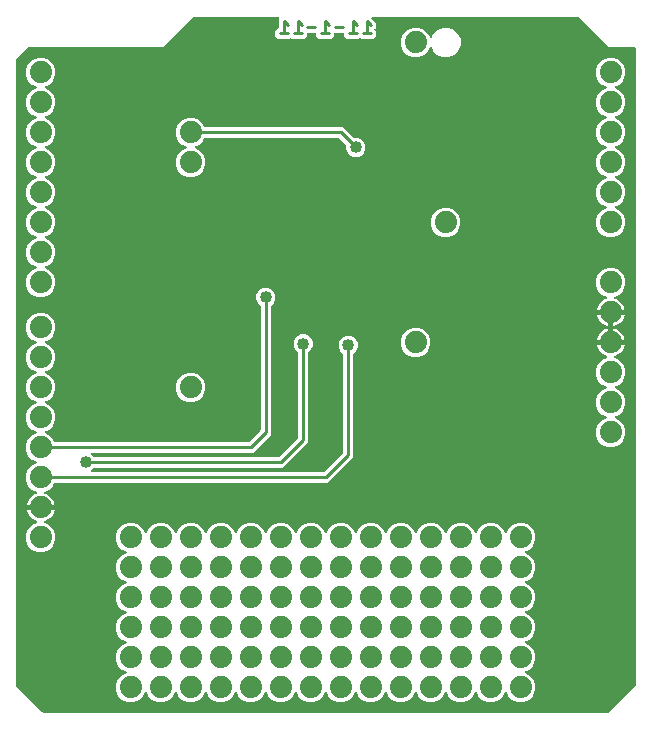
<source format=gbr>
G04 EAGLE Gerber RS-274X export*
G75*
%MOMM*%
%FSLAX34Y34*%
%LPD*%
%INBottom Copper*%
%IPPOS*%
%AMOC8*
5,1,8,0,0,1.08239X$1,22.5*%
G01*
%ADD10C,0.254000*%
%ADD11C,1.879600*%
%ADD12C,1.016000*%

G36*
X505982Y4077D02*
X505982Y4077D01*
X506070Y4080D01*
X506122Y4097D01*
X506177Y4105D01*
X506257Y4140D01*
X506340Y4167D01*
X506380Y4195D01*
X506437Y4221D01*
X506550Y4317D01*
X506614Y4362D01*
X529038Y26786D01*
X529090Y26856D01*
X529150Y26920D01*
X529176Y26969D01*
X529209Y27014D01*
X529240Y27095D01*
X529280Y27173D01*
X529288Y27221D01*
X529310Y27279D01*
X529322Y27427D01*
X529335Y27504D01*
X529335Y566420D01*
X529327Y566478D01*
X529329Y566536D01*
X529307Y566618D01*
X529295Y566702D01*
X529272Y566755D01*
X529257Y566811D01*
X529214Y566884D01*
X529179Y566961D01*
X529141Y567006D01*
X529112Y567056D01*
X529050Y567114D01*
X528996Y567178D01*
X528947Y567210D01*
X528904Y567250D01*
X528829Y567289D01*
X528759Y567336D01*
X528703Y567353D01*
X528651Y567380D01*
X528583Y567391D01*
X528488Y567421D01*
X528388Y567424D01*
X528320Y567435D01*
X506316Y567435D01*
X481214Y592538D01*
X481144Y592590D01*
X481080Y592650D01*
X481031Y592676D01*
X480986Y592709D01*
X480905Y592740D01*
X480827Y592780D01*
X480779Y592788D01*
X480721Y592810D01*
X480573Y592822D01*
X480496Y592835D01*
X306422Y592835D01*
X306393Y592831D01*
X306364Y592834D01*
X306253Y592811D01*
X306141Y592795D01*
X306114Y592783D01*
X306085Y592778D01*
X305985Y592726D01*
X305882Y592679D01*
X305859Y592660D01*
X305833Y592647D01*
X305751Y592569D01*
X305665Y592496D01*
X305648Y592471D01*
X305627Y592451D01*
X305570Y592353D01*
X305507Y592259D01*
X305498Y592231D01*
X305483Y592206D01*
X305455Y592096D01*
X305421Y591988D01*
X305420Y591959D01*
X305413Y591930D01*
X305417Y591817D01*
X305414Y591704D01*
X305421Y591675D01*
X305422Y591646D01*
X305457Y591538D01*
X305486Y591429D01*
X305501Y591403D01*
X305510Y591375D01*
X305555Y591312D01*
X305631Y591184D01*
X305677Y591141D01*
X305705Y591102D01*
X306027Y590780D01*
X309119Y587688D01*
X309119Y584110D01*
X308236Y583227D01*
X308201Y583181D01*
X308158Y583140D01*
X308116Y583068D01*
X308065Y583000D01*
X308044Y582946D01*
X308015Y582895D01*
X307994Y582814D01*
X307964Y582735D01*
X307959Y582676D01*
X307945Y582620D01*
X307947Y582535D01*
X307940Y582451D01*
X307952Y582394D01*
X307954Y582336D01*
X307980Y582255D01*
X307996Y582173D01*
X308023Y582121D01*
X308041Y582065D01*
X308081Y582009D01*
X308127Y581920D01*
X308196Y581848D01*
X308236Y581792D01*
X309119Y580909D01*
X309119Y577331D01*
X306589Y574801D01*
X296221Y574801D01*
X296194Y574830D01*
X296122Y574872D01*
X296054Y574923D01*
X296000Y574944D01*
X295949Y574973D01*
X295867Y574994D01*
X295789Y575024D01*
X295730Y575029D01*
X295673Y575043D01*
X295589Y575041D01*
X295505Y575048D01*
X295448Y575036D01*
X295389Y575034D01*
X295309Y575008D01*
X295227Y574992D01*
X295174Y574965D01*
X295119Y574947D01*
X295063Y574907D01*
X294974Y574861D01*
X294912Y574801D01*
X284538Y574801D01*
X282008Y577331D01*
X282008Y578870D01*
X282000Y578928D01*
X282001Y578987D01*
X281980Y579068D01*
X281968Y579152D01*
X281944Y579205D01*
X281930Y579262D01*
X281887Y579334D01*
X281852Y579411D01*
X281814Y579456D01*
X281784Y579506D01*
X281723Y579564D01*
X281668Y579628D01*
X281620Y579661D01*
X281577Y579701D01*
X281502Y579739D01*
X281432Y579786D01*
X281376Y579804D01*
X281324Y579830D01*
X281256Y579842D01*
X281161Y579872D01*
X281061Y579874D01*
X280993Y579886D01*
X275052Y579886D01*
X274994Y579877D01*
X274936Y579879D01*
X274854Y579858D01*
X274771Y579846D01*
X274717Y579822D01*
X274661Y579807D01*
X274588Y579764D01*
X274511Y579730D01*
X274467Y579692D01*
X274416Y579662D01*
X274359Y579600D01*
X274294Y579546D01*
X274262Y579497D01*
X274222Y579455D01*
X274183Y579379D01*
X274137Y579309D01*
X274119Y579253D01*
X274092Y579201D01*
X274081Y579133D01*
X274051Y579038D01*
X274048Y578938D01*
X274037Y578870D01*
X274037Y577331D01*
X271507Y574801D01*
X261150Y574801D01*
X258620Y577331D01*
X258620Y578870D01*
X258612Y578928D01*
X258614Y578987D01*
X258592Y579068D01*
X258580Y579152D01*
X258556Y579205D01*
X258542Y579262D01*
X258499Y579334D01*
X258464Y579411D01*
X258426Y579456D01*
X258396Y579506D01*
X258335Y579564D01*
X258280Y579628D01*
X258232Y579661D01*
X258189Y579701D01*
X258114Y579739D01*
X258044Y579786D01*
X257988Y579804D01*
X257936Y579830D01*
X257868Y579842D01*
X257773Y579872D01*
X257673Y579874D01*
X257605Y579886D01*
X251664Y579886D01*
X251606Y579877D01*
X251548Y579879D01*
X251466Y579858D01*
X251383Y579846D01*
X251329Y579822D01*
X251273Y579807D01*
X251200Y579764D01*
X251123Y579730D01*
X251079Y579692D01*
X251028Y579662D01*
X250971Y579600D01*
X250906Y579546D01*
X250874Y579497D01*
X250834Y579455D01*
X250795Y579379D01*
X250749Y579309D01*
X250731Y579253D01*
X250704Y579201D01*
X250693Y579133D01*
X250663Y579038D01*
X250660Y578938D01*
X250649Y578870D01*
X250649Y577331D01*
X248119Y574801D01*
X237751Y574801D01*
X237724Y574830D01*
X237652Y574872D01*
X237584Y574923D01*
X237530Y574944D01*
X237479Y574973D01*
X237397Y574994D01*
X237319Y575024D01*
X237260Y575029D01*
X237204Y575043D01*
X237119Y575041D01*
X237035Y575048D01*
X236978Y575036D01*
X236920Y575034D01*
X236839Y575008D01*
X236757Y574992D01*
X236705Y574965D01*
X236649Y574947D01*
X236593Y574907D01*
X236504Y574861D01*
X236442Y574801D01*
X226068Y574801D01*
X223538Y577331D01*
X223538Y580909D01*
X226091Y583462D01*
X226111Y583467D01*
X226194Y583479D01*
X226248Y583502D01*
X226304Y583517D01*
X226376Y583560D01*
X226454Y583595D01*
X226498Y583633D01*
X226548Y583662D01*
X226606Y583724D01*
X226671Y583778D01*
X226703Y583827D01*
X226743Y583870D01*
X226781Y583945D01*
X226828Y584015D01*
X226846Y584071D01*
X226872Y584123D01*
X226884Y584191D01*
X226914Y584286D01*
X226916Y584386D01*
X226928Y584454D01*
X226928Y591078D01*
X226952Y591102D01*
X226970Y591126D01*
X226992Y591145D01*
X227055Y591239D01*
X227123Y591329D01*
X227134Y591357D01*
X227150Y591381D01*
X227184Y591489D01*
X227225Y591595D01*
X227227Y591624D01*
X227236Y591652D01*
X227239Y591765D01*
X227248Y591878D01*
X227242Y591907D01*
X227243Y591936D01*
X227215Y592046D01*
X227192Y592157D01*
X227179Y592183D01*
X227171Y592211D01*
X227114Y592309D01*
X227061Y592409D01*
X227041Y592431D01*
X227026Y592456D01*
X226944Y592533D01*
X226866Y592615D01*
X226840Y592630D01*
X226819Y592650D01*
X226718Y592702D01*
X226620Y592759D01*
X226592Y592766D01*
X226566Y592780D01*
X226488Y592793D01*
X226345Y592829D01*
X226282Y592827D01*
X226235Y592835D01*
X154504Y592835D01*
X154418Y592823D01*
X154330Y592820D01*
X154277Y592803D01*
X154223Y592795D01*
X154143Y592760D01*
X154060Y592733D01*
X154020Y592705D01*
X153963Y592679D01*
X153850Y592583D01*
X153786Y592538D01*
X128684Y567435D01*
X14804Y567435D01*
X14718Y567423D01*
X14630Y567420D01*
X14577Y567403D01*
X14523Y567395D01*
X14443Y567360D01*
X14360Y567333D01*
X14320Y567305D01*
X14263Y567279D01*
X14150Y567183D01*
X14086Y567138D01*
X4362Y557414D01*
X4310Y557344D01*
X4250Y557280D01*
X4224Y557231D01*
X4191Y557187D01*
X4160Y557105D01*
X4120Y557027D01*
X4112Y556979D01*
X4090Y556921D01*
X4078Y556773D01*
X4065Y556696D01*
X4065Y27504D01*
X4077Y27418D01*
X4080Y27330D01*
X4097Y27278D01*
X4105Y27223D01*
X4140Y27143D01*
X4167Y27060D01*
X4195Y27020D01*
X4221Y26963D01*
X4317Y26850D01*
X4362Y26786D01*
X26786Y4362D01*
X26856Y4310D01*
X26920Y4250D01*
X26969Y4224D01*
X27014Y4191D01*
X27095Y4160D01*
X27173Y4120D01*
X27221Y4112D01*
X27279Y4090D01*
X27427Y4078D01*
X27504Y4065D01*
X505896Y4065D01*
X505982Y4077D01*
G37*
%LPC*%
G36*
X99124Y12953D02*
X99124Y12953D01*
X94549Y14848D01*
X91048Y18349D01*
X89153Y22924D01*
X89153Y27876D01*
X91048Y32451D01*
X94549Y35952D01*
X97471Y37162D01*
X97496Y37177D01*
X97524Y37186D01*
X97619Y37249D01*
X97716Y37307D01*
X97736Y37328D01*
X97761Y37344D01*
X97833Y37431D01*
X97911Y37513D01*
X97925Y37539D01*
X97943Y37562D01*
X97989Y37665D01*
X98041Y37766D01*
X98047Y37795D01*
X98059Y37822D01*
X98075Y37934D01*
X98096Y38045D01*
X98094Y38074D01*
X98098Y38103D01*
X98082Y38215D01*
X98072Y38328D01*
X98061Y38355D01*
X98057Y38384D01*
X98011Y38488D01*
X97970Y38593D01*
X97952Y38617D01*
X97940Y38644D01*
X97867Y38730D01*
X97798Y38820D01*
X97775Y38838D01*
X97756Y38860D01*
X97689Y38902D01*
X97571Y38990D01*
X97512Y39012D01*
X97471Y39038D01*
X94549Y40248D01*
X91048Y43749D01*
X89153Y48324D01*
X89153Y53276D01*
X91048Y57851D01*
X94549Y61352D01*
X97471Y62562D01*
X97496Y62577D01*
X97524Y62586D01*
X97619Y62649D01*
X97716Y62707D01*
X97736Y62728D01*
X97761Y62744D01*
X97833Y62831D01*
X97911Y62913D01*
X97925Y62939D01*
X97943Y62962D01*
X97989Y63065D01*
X98041Y63166D01*
X98047Y63195D01*
X98059Y63222D01*
X98075Y63334D01*
X98096Y63445D01*
X98094Y63474D01*
X98098Y63503D01*
X98082Y63615D01*
X98072Y63728D01*
X98061Y63755D01*
X98057Y63784D01*
X98011Y63888D01*
X97970Y63993D01*
X97952Y64017D01*
X97940Y64044D01*
X97867Y64130D01*
X97798Y64220D01*
X97775Y64238D01*
X97756Y64260D01*
X97689Y64302D01*
X97571Y64390D01*
X97512Y64412D01*
X97471Y64438D01*
X94549Y65648D01*
X91048Y69149D01*
X89153Y73724D01*
X89153Y78676D01*
X91048Y83251D01*
X94549Y86752D01*
X97471Y87962D01*
X97496Y87977D01*
X97524Y87986D01*
X97619Y88049D01*
X97716Y88107D01*
X97736Y88128D01*
X97761Y88144D01*
X97833Y88231D01*
X97911Y88313D01*
X97925Y88339D01*
X97943Y88362D01*
X97989Y88465D01*
X98041Y88566D01*
X98047Y88595D01*
X98059Y88622D01*
X98075Y88734D01*
X98096Y88845D01*
X98094Y88874D01*
X98098Y88903D01*
X98082Y89015D01*
X98072Y89128D01*
X98061Y89155D01*
X98057Y89184D01*
X98011Y89288D01*
X97970Y89393D01*
X97952Y89417D01*
X97940Y89444D01*
X97867Y89530D01*
X97798Y89620D01*
X97775Y89638D01*
X97756Y89660D01*
X97689Y89702D01*
X97571Y89790D01*
X97512Y89812D01*
X97471Y89838D01*
X94549Y91048D01*
X91048Y94549D01*
X89153Y99124D01*
X89153Y104076D01*
X91048Y108651D01*
X94549Y112152D01*
X97471Y113362D01*
X97496Y113377D01*
X97524Y113386D01*
X97619Y113449D01*
X97716Y113507D01*
X97736Y113528D01*
X97761Y113544D01*
X97833Y113631D01*
X97911Y113713D01*
X97925Y113739D01*
X97943Y113762D01*
X97989Y113865D01*
X98041Y113966D01*
X98047Y113995D01*
X98059Y114022D01*
X98075Y114134D01*
X98096Y114245D01*
X98094Y114274D01*
X98098Y114303D01*
X98082Y114415D01*
X98072Y114528D01*
X98061Y114555D01*
X98057Y114584D01*
X98011Y114688D01*
X97970Y114793D01*
X97952Y114817D01*
X97940Y114844D01*
X97867Y114930D01*
X97798Y115020D01*
X97775Y115038D01*
X97756Y115060D01*
X97689Y115102D01*
X97571Y115190D01*
X97512Y115212D01*
X97471Y115238D01*
X94549Y116448D01*
X91048Y119949D01*
X89153Y124524D01*
X89153Y129476D01*
X91048Y134051D01*
X94549Y137552D01*
X97471Y138762D01*
X97496Y138777D01*
X97524Y138786D01*
X97619Y138849D01*
X97716Y138907D01*
X97736Y138928D01*
X97761Y138944D01*
X97833Y139031D01*
X97911Y139113D01*
X97925Y139139D01*
X97943Y139162D01*
X97989Y139265D01*
X98041Y139366D01*
X98047Y139395D01*
X98059Y139422D01*
X98075Y139534D01*
X98096Y139645D01*
X98094Y139674D01*
X98098Y139703D01*
X98082Y139815D01*
X98072Y139928D01*
X98061Y139955D01*
X98057Y139984D01*
X98011Y140088D01*
X97970Y140193D01*
X97952Y140217D01*
X97940Y140244D01*
X97867Y140330D01*
X97798Y140420D01*
X97775Y140438D01*
X97756Y140460D01*
X97689Y140502D01*
X97571Y140590D01*
X97512Y140612D01*
X97471Y140638D01*
X94549Y141848D01*
X91048Y145349D01*
X89153Y149924D01*
X89153Y154876D01*
X91048Y159451D01*
X94549Y162952D01*
X99124Y164847D01*
X104076Y164847D01*
X108651Y162952D01*
X112152Y159451D01*
X113362Y156529D01*
X113377Y156504D01*
X113386Y156476D01*
X113449Y156381D01*
X113507Y156284D01*
X113528Y156264D01*
X113544Y156239D01*
X113631Y156167D01*
X113713Y156089D01*
X113739Y156075D01*
X113762Y156057D01*
X113865Y156011D01*
X113966Y155959D01*
X113995Y155953D01*
X114022Y155941D01*
X114134Y155925D01*
X114245Y155904D01*
X114274Y155906D01*
X114303Y155902D01*
X114415Y155918D01*
X114528Y155928D01*
X114555Y155939D01*
X114584Y155943D01*
X114688Y155989D01*
X114793Y156030D01*
X114817Y156048D01*
X114844Y156060D01*
X114930Y156133D01*
X115020Y156202D01*
X115038Y156225D01*
X115060Y156244D01*
X115102Y156311D01*
X115190Y156429D01*
X115212Y156488D01*
X115238Y156529D01*
X116448Y159451D01*
X119949Y162952D01*
X124524Y164847D01*
X129476Y164847D01*
X134051Y162952D01*
X137552Y159451D01*
X138762Y156529D01*
X138777Y156504D01*
X138786Y156476D01*
X138849Y156381D01*
X138907Y156284D01*
X138928Y156264D01*
X138944Y156239D01*
X139031Y156166D01*
X139113Y156089D01*
X139139Y156075D01*
X139162Y156056D01*
X139265Y156010D01*
X139366Y155959D01*
X139395Y155953D01*
X139422Y155941D01*
X139534Y155925D01*
X139645Y155904D01*
X139674Y155906D01*
X139703Y155902D01*
X139815Y155918D01*
X139928Y155928D01*
X139955Y155939D01*
X139985Y155943D01*
X140088Y155989D01*
X140193Y156030D01*
X140217Y156048D01*
X140244Y156060D01*
X140330Y156133D01*
X140420Y156202D01*
X140438Y156225D01*
X140460Y156244D01*
X140502Y156311D01*
X140590Y156429D01*
X140612Y156488D01*
X140638Y156529D01*
X141848Y159451D01*
X145349Y162952D01*
X149924Y164847D01*
X154876Y164847D01*
X159451Y162952D01*
X162952Y159451D01*
X164162Y156529D01*
X164177Y156504D01*
X164186Y156476D01*
X164249Y156381D01*
X164307Y156284D01*
X164328Y156264D01*
X164344Y156239D01*
X164431Y156166D01*
X164513Y156089D01*
X164539Y156075D01*
X164562Y156056D01*
X164665Y156010D01*
X164766Y155959D01*
X164795Y155953D01*
X164822Y155941D01*
X164934Y155925D01*
X165045Y155904D01*
X165074Y155906D01*
X165103Y155902D01*
X165215Y155918D01*
X165328Y155928D01*
X165355Y155939D01*
X165384Y155943D01*
X165488Y155989D01*
X165593Y156030D01*
X165617Y156048D01*
X165644Y156060D01*
X165730Y156133D01*
X165820Y156202D01*
X165838Y156225D01*
X165860Y156244D01*
X165902Y156311D01*
X165990Y156429D01*
X166012Y156488D01*
X166038Y156529D01*
X167248Y159451D01*
X170749Y162952D01*
X175324Y164847D01*
X180276Y164847D01*
X184851Y162952D01*
X188352Y159451D01*
X189562Y156529D01*
X189577Y156504D01*
X189586Y156476D01*
X189649Y156381D01*
X189707Y156284D01*
X189728Y156264D01*
X189744Y156239D01*
X189831Y156166D01*
X189913Y156089D01*
X189939Y156075D01*
X189962Y156056D01*
X190065Y156010D01*
X190166Y155959D01*
X190195Y155953D01*
X190222Y155941D01*
X190334Y155925D01*
X190445Y155904D01*
X190474Y155906D01*
X190503Y155902D01*
X190615Y155918D01*
X190728Y155928D01*
X190755Y155939D01*
X190784Y155943D01*
X190888Y155989D01*
X190993Y156030D01*
X191017Y156048D01*
X191044Y156060D01*
X191130Y156133D01*
X191220Y156202D01*
X191238Y156225D01*
X191260Y156244D01*
X191302Y156311D01*
X191390Y156429D01*
X191412Y156488D01*
X191438Y156529D01*
X192648Y159451D01*
X196149Y162952D01*
X200724Y164847D01*
X205676Y164847D01*
X210251Y162952D01*
X213752Y159451D01*
X214962Y156529D01*
X214977Y156504D01*
X214986Y156476D01*
X215049Y156381D01*
X215107Y156284D01*
X215128Y156264D01*
X215144Y156239D01*
X215231Y156167D01*
X215313Y156089D01*
X215339Y156075D01*
X215362Y156057D01*
X215465Y156011D01*
X215566Y155959D01*
X215595Y155953D01*
X215622Y155941D01*
X215734Y155925D01*
X215845Y155904D01*
X215874Y155906D01*
X215903Y155902D01*
X216015Y155918D01*
X216128Y155928D01*
X216155Y155939D01*
X216184Y155943D01*
X216288Y155989D01*
X216393Y156030D01*
X216417Y156048D01*
X216444Y156060D01*
X216530Y156133D01*
X216620Y156202D01*
X216638Y156225D01*
X216660Y156244D01*
X216702Y156311D01*
X216790Y156429D01*
X216812Y156488D01*
X216838Y156529D01*
X218048Y159451D01*
X221549Y162952D01*
X226124Y164847D01*
X231076Y164847D01*
X235651Y162952D01*
X239152Y159451D01*
X240362Y156529D01*
X240377Y156504D01*
X240386Y156476D01*
X240449Y156381D01*
X240507Y156284D01*
X240528Y156264D01*
X240544Y156239D01*
X240631Y156167D01*
X240713Y156089D01*
X240739Y156075D01*
X240762Y156057D01*
X240865Y156011D01*
X240966Y155959D01*
X240995Y155953D01*
X241022Y155941D01*
X241134Y155925D01*
X241245Y155904D01*
X241274Y155906D01*
X241303Y155902D01*
X241415Y155918D01*
X241528Y155928D01*
X241555Y155939D01*
X241584Y155943D01*
X241688Y155989D01*
X241793Y156030D01*
X241817Y156048D01*
X241844Y156060D01*
X241930Y156133D01*
X242020Y156202D01*
X242038Y156225D01*
X242060Y156244D01*
X242102Y156311D01*
X242190Y156429D01*
X242212Y156488D01*
X242238Y156529D01*
X243448Y159451D01*
X246949Y162952D01*
X251524Y164847D01*
X256476Y164847D01*
X261051Y162952D01*
X264552Y159451D01*
X265762Y156529D01*
X265777Y156504D01*
X265786Y156476D01*
X265849Y156381D01*
X265907Y156284D01*
X265928Y156264D01*
X265944Y156239D01*
X266031Y156167D01*
X266113Y156089D01*
X266139Y156075D01*
X266162Y156057D01*
X266265Y156011D01*
X266366Y155959D01*
X266395Y155953D01*
X266422Y155941D01*
X266534Y155925D01*
X266645Y155904D01*
X266674Y155906D01*
X266703Y155902D01*
X266815Y155918D01*
X266928Y155928D01*
X266955Y155939D01*
X266984Y155943D01*
X267088Y155989D01*
X267193Y156030D01*
X267217Y156048D01*
X267244Y156060D01*
X267330Y156133D01*
X267420Y156202D01*
X267438Y156225D01*
X267460Y156244D01*
X267502Y156311D01*
X267590Y156429D01*
X267612Y156488D01*
X267638Y156529D01*
X268848Y159451D01*
X272349Y162952D01*
X276924Y164847D01*
X281876Y164847D01*
X286451Y162952D01*
X289952Y159451D01*
X291162Y156529D01*
X291177Y156504D01*
X291186Y156476D01*
X291249Y156381D01*
X291307Y156284D01*
X291328Y156264D01*
X291344Y156239D01*
X291431Y156167D01*
X291513Y156089D01*
X291539Y156075D01*
X291562Y156057D01*
X291665Y156011D01*
X291766Y155959D01*
X291795Y155953D01*
X291822Y155941D01*
X291934Y155925D01*
X292045Y155904D01*
X292074Y155906D01*
X292103Y155902D01*
X292215Y155918D01*
X292328Y155928D01*
X292355Y155939D01*
X292384Y155943D01*
X292488Y155989D01*
X292593Y156030D01*
X292617Y156048D01*
X292644Y156060D01*
X292730Y156133D01*
X292820Y156202D01*
X292838Y156225D01*
X292860Y156244D01*
X292902Y156311D01*
X292990Y156429D01*
X293012Y156488D01*
X293038Y156529D01*
X294248Y159451D01*
X297749Y162952D01*
X302324Y164847D01*
X307276Y164847D01*
X311851Y162952D01*
X315352Y159451D01*
X316562Y156529D01*
X316577Y156504D01*
X316586Y156476D01*
X316649Y156381D01*
X316707Y156284D01*
X316728Y156264D01*
X316744Y156239D01*
X316831Y156167D01*
X316913Y156089D01*
X316939Y156075D01*
X316962Y156057D01*
X317065Y156011D01*
X317166Y155959D01*
X317195Y155953D01*
X317222Y155941D01*
X317334Y155925D01*
X317445Y155904D01*
X317474Y155906D01*
X317503Y155902D01*
X317615Y155918D01*
X317728Y155928D01*
X317755Y155939D01*
X317784Y155943D01*
X317888Y155989D01*
X317993Y156030D01*
X318017Y156048D01*
X318044Y156060D01*
X318130Y156133D01*
X318220Y156202D01*
X318238Y156225D01*
X318260Y156244D01*
X318302Y156311D01*
X318390Y156429D01*
X318412Y156488D01*
X318438Y156529D01*
X319648Y159451D01*
X323149Y162952D01*
X327724Y164847D01*
X332676Y164847D01*
X337251Y162952D01*
X340752Y159451D01*
X341962Y156529D01*
X341977Y156504D01*
X341986Y156476D01*
X342049Y156381D01*
X342107Y156284D01*
X342128Y156264D01*
X342144Y156239D01*
X342231Y156167D01*
X342313Y156089D01*
X342339Y156075D01*
X342362Y156057D01*
X342465Y156011D01*
X342566Y155959D01*
X342595Y155953D01*
X342622Y155941D01*
X342734Y155925D01*
X342845Y155904D01*
X342874Y155906D01*
X342903Y155902D01*
X343015Y155918D01*
X343128Y155928D01*
X343155Y155939D01*
X343184Y155943D01*
X343288Y155989D01*
X343393Y156030D01*
X343417Y156048D01*
X343444Y156060D01*
X343530Y156133D01*
X343620Y156202D01*
X343638Y156225D01*
X343660Y156244D01*
X343702Y156311D01*
X343790Y156429D01*
X343812Y156488D01*
X343838Y156529D01*
X345048Y159451D01*
X348549Y162952D01*
X353124Y164847D01*
X358076Y164847D01*
X362651Y162952D01*
X366152Y159451D01*
X367362Y156529D01*
X367377Y156504D01*
X367386Y156476D01*
X367449Y156381D01*
X367507Y156284D01*
X367528Y156264D01*
X367544Y156239D01*
X367631Y156167D01*
X367713Y156089D01*
X367739Y156075D01*
X367762Y156057D01*
X367865Y156011D01*
X367966Y155959D01*
X367995Y155953D01*
X368022Y155941D01*
X368134Y155925D01*
X368245Y155904D01*
X368274Y155906D01*
X368303Y155902D01*
X368415Y155918D01*
X368528Y155928D01*
X368555Y155939D01*
X368584Y155943D01*
X368688Y155989D01*
X368793Y156030D01*
X368817Y156048D01*
X368844Y156060D01*
X368930Y156133D01*
X369020Y156202D01*
X369038Y156225D01*
X369060Y156244D01*
X369102Y156311D01*
X369190Y156429D01*
X369212Y156488D01*
X369238Y156529D01*
X370448Y159451D01*
X373949Y162952D01*
X378524Y164847D01*
X383476Y164847D01*
X388051Y162952D01*
X391552Y159451D01*
X392762Y156529D01*
X392777Y156504D01*
X392786Y156476D01*
X392849Y156381D01*
X392907Y156284D01*
X392928Y156264D01*
X392944Y156239D01*
X393031Y156167D01*
X393113Y156089D01*
X393139Y156075D01*
X393162Y156057D01*
X393265Y156011D01*
X393366Y155959D01*
X393395Y155953D01*
X393422Y155941D01*
X393534Y155925D01*
X393645Y155904D01*
X393674Y155906D01*
X393703Y155902D01*
X393815Y155918D01*
X393928Y155928D01*
X393955Y155939D01*
X393984Y155943D01*
X394088Y155989D01*
X394193Y156030D01*
X394217Y156048D01*
X394244Y156060D01*
X394330Y156133D01*
X394420Y156202D01*
X394438Y156225D01*
X394460Y156244D01*
X394502Y156311D01*
X394590Y156429D01*
X394612Y156488D01*
X394638Y156529D01*
X395848Y159451D01*
X399349Y162952D01*
X403924Y164847D01*
X408876Y164847D01*
X413451Y162952D01*
X416952Y159451D01*
X418162Y156529D01*
X418177Y156504D01*
X418186Y156476D01*
X418249Y156381D01*
X418307Y156284D01*
X418328Y156264D01*
X418344Y156239D01*
X418431Y156167D01*
X418513Y156089D01*
X418539Y156075D01*
X418562Y156057D01*
X418665Y156011D01*
X418766Y155959D01*
X418795Y155953D01*
X418822Y155941D01*
X418934Y155925D01*
X419045Y155904D01*
X419074Y155906D01*
X419103Y155902D01*
X419215Y155918D01*
X419328Y155928D01*
X419355Y155939D01*
X419384Y155943D01*
X419488Y155989D01*
X419593Y156030D01*
X419617Y156048D01*
X419644Y156060D01*
X419730Y156133D01*
X419820Y156202D01*
X419838Y156225D01*
X419860Y156244D01*
X419902Y156311D01*
X419990Y156429D01*
X420012Y156488D01*
X420038Y156529D01*
X421248Y159451D01*
X424749Y162952D01*
X429324Y164847D01*
X434276Y164847D01*
X438851Y162952D01*
X442352Y159451D01*
X444247Y154876D01*
X444247Y149924D01*
X442352Y145349D01*
X438851Y141848D01*
X435929Y140638D01*
X435904Y140623D01*
X435876Y140614D01*
X435781Y140551D01*
X435684Y140493D01*
X435664Y140472D01*
X435639Y140456D01*
X435566Y140369D01*
X435489Y140287D01*
X435475Y140261D01*
X435456Y140238D01*
X435410Y140135D01*
X435359Y140034D01*
X435353Y140005D01*
X435341Y139978D01*
X435325Y139866D01*
X435304Y139755D01*
X435306Y139726D01*
X435302Y139697D01*
X435318Y139585D01*
X435328Y139472D01*
X435339Y139445D01*
X435343Y139415D01*
X435389Y139312D01*
X435430Y139207D01*
X435448Y139183D01*
X435460Y139156D01*
X435533Y139070D01*
X435602Y138980D01*
X435625Y138962D01*
X435644Y138940D01*
X435711Y138898D01*
X435829Y138810D01*
X435888Y138788D01*
X435929Y138762D01*
X438851Y137552D01*
X442352Y134051D01*
X444247Y129476D01*
X444247Y124524D01*
X442352Y119949D01*
X438851Y116448D01*
X435929Y115238D01*
X435904Y115223D01*
X435876Y115214D01*
X435781Y115151D01*
X435684Y115093D01*
X435664Y115072D01*
X435639Y115056D01*
X435566Y114969D01*
X435489Y114887D01*
X435475Y114861D01*
X435456Y114838D01*
X435410Y114735D01*
X435359Y114634D01*
X435353Y114605D01*
X435341Y114578D01*
X435325Y114466D01*
X435304Y114355D01*
X435306Y114326D01*
X435302Y114297D01*
X435318Y114185D01*
X435328Y114072D01*
X435339Y114045D01*
X435343Y114015D01*
X435389Y113912D01*
X435430Y113807D01*
X435448Y113783D01*
X435460Y113756D01*
X435533Y113670D01*
X435602Y113580D01*
X435625Y113562D01*
X435644Y113540D01*
X435711Y113498D01*
X435829Y113410D01*
X435888Y113388D01*
X435929Y113362D01*
X438851Y112152D01*
X442352Y108651D01*
X444247Y104076D01*
X444247Y99124D01*
X442352Y94549D01*
X438851Y91048D01*
X435929Y89838D01*
X435904Y89823D01*
X435876Y89814D01*
X435781Y89751D01*
X435684Y89693D01*
X435664Y89672D01*
X435639Y89656D01*
X435566Y89569D01*
X435489Y89487D01*
X435475Y89461D01*
X435456Y89438D01*
X435410Y89335D01*
X435359Y89234D01*
X435353Y89205D01*
X435341Y89178D01*
X435325Y89066D01*
X435304Y88955D01*
X435306Y88926D01*
X435302Y88897D01*
X435318Y88785D01*
X435328Y88672D01*
X435339Y88645D01*
X435343Y88615D01*
X435389Y88512D01*
X435430Y88407D01*
X435448Y88383D01*
X435460Y88356D01*
X435533Y88270D01*
X435602Y88180D01*
X435625Y88162D01*
X435644Y88140D01*
X435711Y88098D01*
X435829Y88010D01*
X435888Y87988D01*
X435929Y87962D01*
X438851Y86752D01*
X442352Y83251D01*
X444247Y78676D01*
X444247Y73724D01*
X442352Y69149D01*
X438851Y65648D01*
X435929Y64438D01*
X435904Y64423D01*
X435876Y64414D01*
X435781Y64351D01*
X435684Y64293D01*
X435664Y64272D01*
X435639Y64256D01*
X435566Y64169D01*
X435489Y64087D01*
X435475Y64061D01*
X435456Y64038D01*
X435410Y63935D01*
X435359Y63834D01*
X435353Y63805D01*
X435341Y63778D01*
X435325Y63666D01*
X435304Y63555D01*
X435306Y63526D01*
X435302Y63497D01*
X435318Y63385D01*
X435328Y63272D01*
X435339Y63245D01*
X435343Y63215D01*
X435389Y63112D01*
X435430Y63007D01*
X435448Y62983D01*
X435460Y62956D01*
X435533Y62870D01*
X435602Y62780D01*
X435625Y62762D01*
X435644Y62740D01*
X435711Y62698D01*
X435829Y62610D01*
X435888Y62588D01*
X435929Y62562D01*
X438851Y61352D01*
X442352Y57851D01*
X444247Y53276D01*
X444247Y48324D01*
X442352Y43749D01*
X438851Y40248D01*
X435929Y39038D01*
X435904Y39023D01*
X435876Y39014D01*
X435781Y38951D01*
X435684Y38893D01*
X435664Y38872D01*
X435639Y38856D01*
X435566Y38769D01*
X435489Y38687D01*
X435475Y38661D01*
X435456Y38638D01*
X435410Y38535D01*
X435359Y38434D01*
X435353Y38405D01*
X435341Y38378D01*
X435325Y38266D01*
X435304Y38155D01*
X435306Y38126D01*
X435302Y38097D01*
X435318Y37985D01*
X435328Y37872D01*
X435339Y37845D01*
X435343Y37815D01*
X435389Y37712D01*
X435430Y37607D01*
X435448Y37583D01*
X435460Y37556D01*
X435533Y37470D01*
X435602Y37380D01*
X435625Y37362D01*
X435644Y37340D01*
X435711Y37298D01*
X435829Y37210D01*
X435888Y37188D01*
X435929Y37162D01*
X438851Y35952D01*
X442352Y32451D01*
X444247Y27876D01*
X444247Y22924D01*
X442352Y18349D01*
X438851Y14848D01*
X434276Y12953D01*
X429324Y12953D01*
X424749Y14848D01*
X421248Y18349D01*
X420038Y21271D01*
X420023Y21296D01*
X420014Y21324D01*
X419951Y21419D01*
X419893Y21516D01*
X419872Y21536D01*
X419856Y21561D01*
X419769Y21633D01*
X419687Y21711D01*
X419661Y21725D01*
X419638Y21743D01*
X419535Y21789D01*
X419434Y21841D01*
X419405Y21847D01*
X419378Y21859D01*
X419266Y21875D01*
X419155Y21896D01*
X419126Y21894D01*
X419097Y21898D01*
X418985Y21882D01*
X418872Y21872D01*
X418845Y21861D01*
X418816Y21857D01*
X418712Y21811D01*
X418607Y21770D01*
X418583Y21752D01*
X418556Y21740D01*
X418470Y21667D01*
X418380Y21598D01*
X418362Y21575D01*
X418340Y21556D01*
X418298Y21489D01*
X418210Y21371D01*
X418188Y21312D01*
X418162Y21271D01*
X416952Y18349D01*
X413451Y14848D01*
X408876Y12953D01*
X403924Y12953D01*
X399349Y14848D01*
X395848Y18349D01*
X394638Y21271D01*
X394623Y21296D01*
X394614Y21324D01*
X394551Y21419D01*
X394493Y21516D01*
X394472Y21536D01*
X394456Y21561D01*
X394369Y21634D01*
X394287Y21711D01*
X394261Y21725D01*
X394238Y21744D01*
X394135Y21790D01*
X394034Y21841D01*
X394005Y21847D01*
X393978Y21859D01*
X393866Y21875D01*
X393755Y21896D01*
X393726Y21894D01*
X393697Y21898D01*
X393585Y21882D01*
X393472Y21872D01*
X393445Y21861D01*
X393415Y21857D01*
X393312Y21811D01*
X393207Y21770D01*
X393183Y21752D01*
X393156Y21740D01*
X393070Y21667D01*
X392980Y21598D01*
X392962Y21575D01*
X392940Y21556D01*
X392898Y21489D01*
X392810Y21371D01*
X392788Y21312D01*
X392762Y21271D01*
X391552Y18349D01*
X388051Y14848D01*
X383476Y12953D01*
X378524Y12953D01*
X373949Y14848D01*
X370448Y18349D01*
X369238Y21271D01*
X369223Y21296D01*
X369214Y21324D01*
X369151Y21419D01*
X369093Y21516D01*
X369072Y21536D01*
X369056Y21561D01*
X368969Y21634D01*
X368887Y21711D01*
X368861Y21725D01*
X368838Y21744D01*
X368735Y21790D01*
X368634Y21841D01*
X368605Y21847D01*
X368578Y21859D01*
X368466Y21875D01*
X368355Y21896D01*
X368326Y21894D01*
X368297Y21898D01*
X368185Y21882D01*
X368072Y21872D01*
X368045Y21861D01*
X368015Y21857D01*
X367912Y21811D01*
X367807Y21770D01*
X367783Y21752D01*
X367756Y21740D01*
X367670Y21667D01*
X367580Y21598D01*
X367562Y21575D01*
X367540Y21556D01*
X367498Y21489D01*
X367410Y21371D01*
X367388Y21312D01*
X367362Y21271D01*
X366152Y18349D01*
X362651Y14848D01*
X358076Y12953D01*
X353124Y12953D01*
X348549Y14848D01*
X345048Y18349D01*
X343838Y21271D01*
X343823Y21296D01*
X343814Y21324D01*
X343751Y21419D01*
X343693Y21516D01*
X343672Y21536D01*
X343656Y21561D01*
X343569Y21634D01*
X343487Y21711D01*
X343461Y21725D01*
X343438Y21744D01*
X343335Y21790D01*
X343234Y21841D01*
X343205Y21847D01*
X343178Y21859D01*
X343066Y21875D01*
X342955Y21896D01*
X342926Y21894D01*
X342897Y21898D01*
X342785Y21882D01*
X342672Y21872D01*
X342645Y21861D01*
X342615Y21857D01*
X342512Y21811D01*
X342407Y21770D01*
X342383Y21752D01*
X342356Y21740D01*
X342270Y21667D01*
X342180Y21598D01*
X342162Y21575D01*
X342140Y21556D01*
X342098Y21489D01*
X342010Y21371D01*
X341988Y21312D01*
X341962Y21271D01*
X340752Y18349D01*
X337251Y14848D01*
X332676Y12953D01*
X327724Y12953D01*
X323149Y14848D01*
X319648Y18349D01*
X318438Y21271D01*
X318423Y21296D01*
X318414Y21324D01*
X318351Y21419D01*
X318293Y21516D01*
X318272Y21536D01*
X318256Y21561D01*
X318169Y21634D01*
X318087Y21711D01*
X318061Y21725D01*
X318038Y21744D01*
X317935Y21790D01*
X317834Y21841D01*
X317805Y21847D01*
X317778Y21859D01*
X317666Y21875D01*
X317555Y21896D01*
X317526Y21894D01*
X317497Y21898D01*
X317385Y21882D01*
X317272Y21872D01*
X317245Y21861D01*
X317215Y21857D01*
X317112Y21811D01*
X317007Y21770D01*
X316983Y21752D01*
X316956Y21740D01*
X316870Y21667D01*
X316780Y21598D01*
X316762Y21575D01*
X316740Y21556D01*
X316698Y21489D01*
X316610Y21371D01*
X316588Y21312D01*
X316562Y21271D01*
X315352Y18349D01*
X311851Y14848D01*
X307276Y12953D01*
X302324Y12953D01*
X297749Y14848D01*
X294248Y18349D01*
X293038Y21271D01*
X293023Y21296D01*
X293014Y21324D01*
X292951Y21419D01*
X292893Y21516D01*
X292872Y21536D01*
X292856Y21561D01*
X292769Y21634D01*
X292687Y21711D01*
X292661Y21725D01*
X292638Y21744D01*
X292535Y21790D01*
X292434Y21841D01*
X292405Y21847D01*
X292378Y21859D01*
X292266Y21875D01*
X292155Y21896D01*
X292126Y21894D01*
X292097Y21898D01*
X291985Y21882D01*
X291872Y21872D01*
X291845Y21861D01*
X291815Y21857D01*
X291712Y21811D01*
X291607Y21770D01*
X291583Y21752D01*
X291556Y21740D01*
X291470Y21667D01*
X291380Y21598D01*
X291362Y21575D01*
X291340Y21556D01*
X291298Y21489D01*
X291210Y21371D01*
X291188Y21312D01*
X291162Y21271D01*
X289952Y18349D01*
X286451Y14848D01*
X281876Y12953D01*
X276924Y12953D01*
X272349Y14848D01*
X268848Y18349D01*
X267638Y21271D01*
X267623Y21296D01*
X267614Y21324D01*
X267551Y21419D01*
X267493Y21516D01*
X267472Y21536D01*
X267456Y21561D01*
X267369Y21634D01*
X267287Y21711D01*
X267261Y21725D01*
X267238Y21744D01*
X267135Y21790D01*
X267034Y21841D01*
X267005Y21847D01*
X266978Y21859D01*
X266866Y21875D01*
X266755Y21896D01*
X266726Y21894D01*
X266697Y21898D01*
X266585Y21882D01*
X266472Y21872D01*
X266445Y21861D01*
X266415Y21857D01*
X266312Y21811D01*
X266207Y21770D01*
X266183Y21752D01*
X266156Y21740D01*
X266070Y21667D01*
X265980Y21598D01*
X265962Y21575D01*
X265940Y21556D01*
X265898Y21489D01*
X265810Y21371D01*
X265788Y21312D01*
X265762Y21271D01*
X264552Y18349D01*
X261051Y14848D01*
X256476Y12953D01*
X251524Y12953D01*
X246949Y14848D01*
X243448Y18349D01*
X242238Y21271D01*
X242223Y21296D01*
X242214Y21324D01*
X242151Y21419D01*
X242093Y21516D01*
X242072Y21536D01*
X242056Y21561D01*
X241969Y21634D01*
X241887Y21711D01*
X241861Y21725D01*
X241838Y21744D01*
X241735Y21790D01*
X241634Y21841D01*
X241605Y21847D01*
X241578Y21859D01*
X241466Y21875D01*
X241355Y21896D01*
X241326Y21894D01*
X241297Y21898D01*
X241185Y21882D01*
X241072Y21872D01*
X241045Y21861D01*
X241015Y21857D01*
X240912Y21811D01*
X240807Y21770D01*
X240783Y21752D01*
X240756Y21740D01*
X240670Y21667D01*
X240580Y21598D01*
X240562Y21575D01*
X240540Y21556D01*
X240498Y21489D01*
X240410Y21371D01*
X240388Y21312D01*
X240362Y21271D01*
X239152Y18349D01*
X235651Y14848D01*
X231076Y12953D01*
X226124Y12953D01*
X221549Y14848D01*
X218048Y18349D01*
X216838Y21271D01*
X216823Y21296D01*
X216814Y21324D01*
X216751Y21419D01*
X216693Y21516D01*
X216672Y21536D01*
X216656Y21561D01*
X216569Y21634D01*
X216487Y21711D01*
X216461Y21725D01*
X216438Y21744D01*
X216335Y21790D01*
X216234Y21841D01*
X216205Y21847D01*
X216178Y21859D01*
X216066Y21875D01*
X215955Y21896D01*
X215926Y21894D01*
X215897Y21898D01*
X215785Y21882D01*
X215672Y21872D01*
X215645Y21861D01*
X215615Y21857D01*
X215512Y21811D01*
X215407Y21770D01*
X215383Y21752D01*
X215356Y21740D01*
X215270Y21667D01*
X215180Y21598D01*
X215162Y21575D01*
X215140Y21556D01*
X215098Y21489D01*
X215010Y21371D01*
X214988Y21312D01*
X214962Y21271D01*
X213752Y18349D01*
X210251Y14848D01*
X205676Y12953D01*
X200724Y12953D01*
X196149Y14848D01*
X192648Y18349D01*
X191438Y21271D01*
X191423Y21296D01*
X191414Y21324D01*
X191351Y21419D01*
X191293Y21516D01*
X191272Y21536D01*
X191256Y21561D01*
X191169Y21633D01*
X191087Y21711D01*
X191061Y21725D01*
X191038Y21743D01*
X190935Y21789D01*
X190834Y21841D01*
X190805Y21847D01*
X190778Y21859D01*
X190666Y21875D01*
X190555Y21896D01*
X190526Y21894D01*
X190497Y21898D01*
X190385Y21882D01*
X190272Y21872D01*
X190245Y21861D01*
X190216Y21857D01*
X190112Y21811D01*
X190007Y21770D01*
X189983Y21752D01*
X189956Y21740D01*
X189870Y21667D01*
X189780Y21598D01*
X189762Y21575D01*
X189740Y21556D01*
X189698Y21489D01*
X189610Y21371D01*
X189588Y21312D01*
X189562Y21271D01*
X188352Y18349D01*
X184851Y14848D01*
X180276Y12953D01*
X175324Y12953D01*
X170749Y14848D01*
X167248Y18349D01*
X166038Y21271D01*
X166023Y21296D01*
X166014Y21324D01*
X165951Y21419D01*
X165893Y21516D01*
X165872Y21536D01*
X165856Y21561D01*
X165769Y21634D01*
X165687Y21711D01*
X165661Y21725D01*
X165638Y21744D01*
X165535Y21790D01*
X165434Y21841D01*
X165405Y21847D01*
X165378Y21859D01*
X165266Y21875D01*
X165155Y21896D01*
X165126Y21894D01*
X165097Y21898D01*
X164985Y21882D01*
X164872Y21872D01*
X164845Y21861D01*
X164815Y21857D01*
X164712Y21811D01*
X164607Y21770D01*
X164583Y21752D01*
X164556Y21740D01*
X164470Y21667D01*
X164380Y21598D01*
X164362Y21575D01*
X164340Y21556D01*
X164298Y21489D01*
X164210Y21371D01*
X164188Y21312D01*
X164162Y21271D01*
X162952Y18349D01*
X159451Y14848D01*
X154876Y12953D01*
X149924Y12953D01*
X145349Y14848D01*
X141848Y18349D01*
X140638Y21271D01*
X140623Y21296D01*
X140614Y21324D01*
X140551Y21419D01*
X140493Y21516D01*
X140472Y21536D01*
X140456Y21561D01*
X140369Y21634D01*
X140287Y21711D01*
X140261Y21725D01*
X140238Y21744D01*
X140135Y21790D01*
X140034Y21841D01*
X140005Y21847D01*
X139978Y21859D01*
X139866Y21875D01*
X139755Y21896D01*
X139726Y21894D01*
X139697Y21898D01*
X139585Y21882D01*
X139472Y21872D01*
X139445Y21861D01*
X139415Y21857D01*
X139312Y21811D01*
X139207Y21770D01*
X139183Y21752D01*
X139156Y21740D01*
X139070Y21667D01*
X138980Y21598D01*
X138962Y21575D01*
X138940Y21556D01*
X138898Y21489D01*
X138810Y21371D01*
X138788Y21312D01*
X138762Y21271D01*
X137552Y18349D01*
X134051Y14848D01*
X129476Y12953D01*
X124524Y12953D01*
X119949Y14848D01*
X116448Y18349D01*
X115238Y21271D01*
X115223Y21296D01*
X115214Y21324D01*
X115151Y21419D01*
X115093Y21516D01*
X115072Y21536D01*
X115056Y21561D01*
X114969Y21634D01*
X114887Y21711D01*
X114861Y21725D01*
X114838Y21744D01*
X114735Y21790D01*
X114634Y21841D01*
X114605Y21847D01*
X114578Y21859D01*
X114466Y21875D01*
X114355Y21896D01*
X114326Y21894D01*
X114297Y21898D01*
X114185Y21882D01*
X114072Y21872D01*
X114045Y21861D01*
X114015Y21857D01*
X113912Y21811D01*
X113807Y21770D01*
X113783Y21752D01*
X113756Y21740D01*
X113670Y21667D01*
X113580Y21598D01*
X113562Y21575D01*
X113540Y21556D01*
X113498Y21489D01*
X113410Y21371D01*
X113388Y21312D01*
X113362Y21271D01*
X112152Y18349D01*
X108651Y14848D01*
X104076Y12953D01*
X99124Y12953D01*
G37*
%LPD*%
%LPC*%
G36*
X22924Y139953D02*
X22924Y139953D01*
X18349Y141848D01*
X14848Y145349D01*
X12953Y149924D01*
X12953Y154876D01*
X14848Y159451D01*
X18349Y162952D01*
X22011Y164469D01*
X22071Y164504D01*
X22135Y164530D01*
X22193Y164576D01*
X22256Y164613D01*
X22304Y164663D01*
X22358Y164706D01*
X22401Y164766D01*
X22451Y164820D01*
X22483Y164881D01*
X22523Y164938D01*
X22548Y165007D01*
X22582Y165073D01*
X22595Y165140D01*
X22618Y165206D01*
X22622Y165279D01*
X22637Y165352D01*
X22631Y165420D01*
X22635Y165489D01*
X22619Y165561D01*
X22612Y165635D01*
X22587Y165699D01*
X22572Y165767D01*
X22537Y165831D01*
X22510Y165900D01*
X22468Y165955D01*
X22435Y166016D01*
X22383Y166068D01*
X22339Y166127D01*
X22283Y166168D01*
X22234Y166217D01*
X22179Y166246D01*
X22111Y166297D01*
X22003Y166338D01*
X21937Y166372D01*
X20817Y166736D01*
X19143Y167589D01*
X17622Y168694D01*
X16294Y170022D01*
X15189Y171543D01*
X14336Y173217D01*
X13755Y175004D01*
X13634Y175769D01*
X24384Y175769D01*
X24442Y175777D01*
X24500Y175775D01*
X24582Y175797D01*
X24665Y175809D01*
X24719Y175833D01*
X24775Y175847D01*
X24848Y175890D01*
X24925Y175925D01*
X24969Y175963D01*
X25020Y175993D01*
X25077Y176054D01*
X25142Y176109D01*
X25174Y176157D01*
X25214Y176200D01*
X25253Y176275D01*
X25299Y176345D01*
X25317Y176401D01*
X25344Y176453D01*
X25355Y176521D01*
X25385Y176616D01*
X25388Y176716D01*
X25399Y176784D01*
X25399Y178816D01*
X25391Y178874D01*
X25392Y178932D01*
X25371Y179014D01*
X25359Y179097D01*
X25335Y179151D01*
X25321Y179207D01*
X25278Y179280D01*
X25243Y179357D01*
X25205Y179402D01*
X25175Y179452D01*
X25114Y179510D01*
X25059Y179574D01*
X25011Y179606D01*
X24968Y179646D01*
X24893Y179685D01*
X24823Y179731D01*
X24767Y179749D01*
X24715Y179776D01*
X24647Y179787D01*
X24552Y179817D01*
X24452Y179820D01*
X24384Y179831D01*
X13634Y179831D01*
X13755Y180596D01*
X14336Y182383D01*
X15189Y184057D01*
X16294Y185578D01*
X17622Y186906D01*
X19143Y188011D01*
X20817Y188864D01*
X21937Y189228D01*
X21999Y189258D01*
X22065Y189279D01*
X22126Y189320D01*
X22192Y189353D01*
X22243Y189399D01*
X22301Y189438D01*
X22348Y189494D01*
X22403Y189543D01*
X22439Y189602D01*
X22484Y189655D01*
X22514Y189722D01*
X22552Y189785D01*
X22571Y189852D01*
X22599Y189915D01*
X22609Y189988D01*
X22629Y190059D01*
X22629Y190128D01*
X22638Y190196D01*
X22628Y190269D01*
X22627Y190343D01*
X22607Y190410D01*
X22597Y190478D01*
X22567Y190545D01*
X22546Y190616D01*
X22509Y190674D01*
X22480Y190737D01*
X22433Y190793D01*
X22393Y190855D01*
X22341Y190901D01*
X22296Y190953D01*
X22243Y190986D01*
X22179Y191043D01*
X22075Y191092D01*
X22011Y191131D01*
X18349Y192648D01*
X14848Y196149D01*
X12953Y200724D01*
X12953Y205676D01*
X14848Y210251D01*
X18349Y213752D01*
X21271Y214962D01*
X21296Y214977D01*
X21324Y214986D01*
X21419Y215049D01*
X21516Y215107D01*
X21536Y215128D01*
X21561Y215144D01*
X21634Y215231D01*
X21711Y215313D01*
X21725Y215339D01*
X21744Y215362D01*
X21790Y215465D01*
X21841Y215566D01*
X21847Y215595D01*
X21859Y215622D01*
X21875Y215734D01*
X21896Y215845D01*
X21894Y215874D01*
X21898Y215903D01*
X21882Y216015D01*
X21872Y216128D01*
X21861Y216155D01*
X21857Y216185D01*
X21811Y216288D01*
X21770Y216393D01*
X21752Y216417D01*
X21740Y216444D01*
X21667Y216530D01*
X21598Y216620D01*
X21575Y216638D01*
X21556Y216660D01*
X21489Y216702D01*
X21371Y216790D01*
X21312Y216812D01*
X21271Y216838D01*
X18349Y218048D01*
X14848Y221549D01*
X12953Y226124D01*
X12953Y231076D01*
X14848Y235651D01*
X18349Y239152D01*
X21271Y240362D01*
X21296Y240377D01*
X21324Y240386D01*
X21419Y240449D01*
X21516Y240507D01*
X21536Y240528D01*
X21561Y240544D01*
X21634Y240631D01*
X21711Y240713D01*
X21725Y240739D01*
X21744Y240762D01*
X21790Y240865D01*
X21841Y240966D01*
X21847Y240995D01*
X21859Y241022D01*
X21875Y241134D01*
X21896Y241245D01*
X21894Y241274D01*
X21898Y241303D01*
X21882Y241415D01*
X21872Y241528D01*
X21861Y241555D01*
X21857Y241585D01*
X21811Y241688D01*
X21770Y241793D01*
X21752Y241817D01*
X21740Y241844D01*
X21667Y241930D01*
X21598Y242020D01*
X21575Y242038D01*
X21556Y242060D01*
X21489Y242102D01*
X21371Y242190D01*
X21312Y242212D01*
X21271Y242238D01*
X18349Y243448D01*
X14848Y246949D01*
X12953Y251524D01*
X12953Y256476D01*
X14848Y261051D01*
X18349Y264552D01*
X21271Y265762D01*
X21296Y265777D01*
X21324Y265786D01*
X21419Y265849D01*
X21516Y265907D01*
X21536Y265928D01*
X21561Y265944D01*
X21634Y266031D01*
X21711Y266113D01*
X21725Y266139D01*
X21744Y266162D01*
X21790Y266265D01*
X21841Y266366D01*
X21847Y266395D01*
X21859Y266422D01*
X21875Y266534D01*
X21896Y266645D01*
X21894Y266674D01*
X21898Y266703D01*
X21882Y266815D01*
X21872Y266928D01*
X21861Y266955D01*
X21857Y266985D01*
X21811Y267088D01*
X21770Y267193D01*
X21752Y267217D01*
X21740Y267244D01*
X21667Y267330D01*
X21598Y267420D01*
X21575Y267438D01*
X21556Y267460D01*
X21489Y267502D01*
X21371Y267590D01*
X21312Y267612D01*
X21271Y267638D01*
X18349Y268848D01*
X14848Y272349D01*
X12953Y276924D01*
X12953Y281876D01*
X14848Y286451D01*
X18349Y289952D01*
X21271Y291162D01*
X21296Y291177D01*
X21324Y291186D01*
X21419Y291249D01*
X21516Y291307D01*
X21536Y291328D01*
X21561Y291344D01*
X21634Y291431D01*
X21711Y291513D01*
X21725Y291539D01*
X21744Y291562D01*
X21790Y291665D01*
X21841Y291766D01*
X21847Y291795D01*
X21859Y291822D01*
X21875Y291934D01*
X21896Y292045D01*
X21894Y292074D01*
X21898Y292103D01*
X21882Y292215D01*
X21872Y292328D01*
X21861Y292355D01*
X21857Y292385D01*
X21811Y292488D01*
X21770Y292593D01*
X21752Y292617D01*
X21740Y292644D01*
X21667Y292730D01*
X21598Y292820D01*
X21575Y292838D01*
X21556Y292860D01*
X21489Y292902D01*
X21371Y292990D01*
X21312Y293012D01*
X21271Y293038D01*
X18349Y294248D01*
X14848Y297749D01*
X12953Y302324D01*
X12953Y307276D01*
X14848Y311851D01*
X18349Y315352D01*
X21271Y316562D01*
X21296Y316577D01*
X21324Y316586D01*
X21419Y316649D01*
X21516Y316707D01*
X21536Y316728D01*
X21561Y316744D01*
X21634Y316831D01*
X21711Y316913D01*
X21725Y316939D01*
X21744Y316962D01*
X21790Y317065D01*
X21841Y317166D01*
X21847Y317195D01*
X21859Y317222D01*
X21875Y317334D01*
X21896Y317445D01*
X21894Y317474D01*
X21898Y317503D01*
X21882Y317615D01*
X21872Y317728D01*
X21861Y317755D01*
X21857Y317785D01*
X21811Y317888D01*
X21770Y317993D01*
X21752Y318017D01*
X21740Y318044D01*
X21667Y318130D01*
X21598Y318220D01*
X21575Y318238D01*
X21556Y318260D01*
X21489Y318302D01*
X21371Y318390D01*
X21312Y318412D01*
X21271Y318438D01*
X18349Y319648D01*
X14848Y323149D01*
X12953Y327724D01*
X12953Y332676D01*
X14848Y337251D01*
X18349Y340752D01*
X22924Y342647D01*
X27876Y342647D01*
X32451Y340752D01*
X35952Y337251D01*
X37847Y332676D01*
X37847Y327724D01*
X35952Y323149D01*
X32451Y319648D01*
X29529Y318438D01*
X29504Y318423D01*
X29476Y318414D01*
X29381Y318351D01*
X29284Y318293D01*
X29264Y318272D01*
X29239Y318256D01*
X29167Y318169D01*
X29089Y318087D01*
X29075Y318061D01*
X29057Y318038D01*
X29011Y317935D01*
X28959Y317834D01*
X28953Y317805D01*
X28941Y317778D01*
X28925Y317666D01*
X28904Y317555D01*
X28906Y317526D01*
X28902Y317497D01*
X28918Y317385D01*
X28928Y317272D01*
X28939Y317245D01*
X28943Y317216D01*
X28989Y317112D01*
X29030Y317007D01*
X29048Y316983D01*
X29060Y316956D01*
X29133Y316870D01*
X29202Y316780D01*
X29225Y316762D01*
X29244Y316740D01*
X29311Y316698D01*
X29429Y316610D01*
X29488Y316588D01*
X29529Y316562D01*
X32451Y315352D01*
X35952Y311851D01*
X37847Y307276D01*
X37847Y302324D01*
X35952Y297749D01*
X32451Y294248D01*
X29529Y293038D01*
X29504Y293023D01*
X29476Y293014D01*
X29381Y292951D01*
X29284Y292893D01*
X29264Y292872D01*
X29239Y292856D01*
X29167Y292769D01*
X29089Y292687D01*
X29075Y292661D01*
X29057Y292638D01*
X29011Y292535D01*
X28959Y292434D01*
X28953Y292405D01*
X28941Y292378D01*
X28925Y292266D01*
X28904Y292155D01*
X28906Y292126D01*
X28902Y292097D01*
X28918Y291985D01*
X28928Y291872D01*
X28939Y291845D01*
X28943Y291816D01*
X28989Y291712D01*
X29030Y291607D01*
X29048Y291583D01*
X29060Y291556D01*
X29133Y291470D01*
X29202Y291380D01*
X29225Y291362D01*
X29244Y291340D01*
X29311Y291298D01*
X29429Y291210D01*
X29488Y291188D01*
X29529Y291162D01*
X32451Y289952D01*
X35952Y286451D01*
X37847Y281876D01*
X37847Y276924D01*
X35952Y272349D01*
X32451Y268848D01*
X29529Y267638D01*
X29504Y267623D01*
X29476Y267614D01*
X29381Y267551D01*
X29284Y267493D01*
X29264Y267472D01*
X29239Y267456D01*
X29167Y267369D01*
X29089Y267287D01*
X29075Y267261D01*
X29057Y267238D01*
X29011Y267135D01*
X28959Y267034D01*
X28953Y267005D01*
X28941Y266978D01*
X28925Y266866D01*
X28904Y266755D01*
X28906Y266726D01*
X28902Y266697D01*
X28918Y266585D01*
X28928Y266472D01*
X28939Y266445D01*
X28943Y266416D01*
X28989Y266312D01*
X29030Y266207D01*
X29048Y266183D01*
X29060Y266156D01*
X29133Y266070D01*
X29202Y265980D01*
X29225Y265962D01*
X29244Y265940D01*
X29311Y265898D01*
X29429Y265810D01*
X29488Y265788D01*
X29529Y265762D01*
X32451Y264552D01*
X35952Y261051D01*
X37847Y256476D01*
X37847Y251524D01*
X35952Y246949D01*
X32451Y243448D01*
X29529Y242238D01*
X29504Y242223D01*
X29476Y242214D01*
X29381Y242151D01*
X29284Y242093D01*
X29264Y242072D01*
X29239Y242056D01*
X29167Y241969D01*
X29089Y241887D01*
X29075Y241861D01*
X29057Y241838D01*
X29011Y241735D01*
X28959Y241634D01*
X28953Y241605D01*
X28941Y241578D01*
X28925Y241466D01*
X28904Y241355D01*
X28906Y241326D01*
X28902Y241297D01*
X28918Y241185D01*
X28928Y241072D01*
X28939Y241045D01*
X28943Y241016D01*
X28989Y240912D01*
X29030Y240807D01*
X29048Y240783D01*
X29060Y240756D01*
X29133Y240670D01*
X29202Y240580D01*
X29225Y240562D01*
X29244Y240540D01*
X29311Y240498D01*
X29429Y240410D01*
X29488Y240388D01*
X29529Y240362D01*
X32451Y239152D01*
X35952Y235651D01*
X36824Y233545D01*
X36825Y233544D01*
X36825Y233543D01*
X36895Y233424D01*
X36968Y233301D01*
X36969Y233300D01*
X36970Y233298D01*
X37074Y233201D01*
X37175Y233105D01*
X37176Y233105D01*
X37178Y233104D01*
X37303Y233039D01*
X37428Y232975D01*
X37429Y232975D01*
X37431Y232974D01*
X37446Y232972D01*
X37707Y232920D01*
X37737Y232923D01*
X37762Y232919D01*
X200991Y232919D01*
X201077Y232931D01*
X201165Y232934D01*
X201217Y232951D01*
X201272Y232959D01*
X201352Y232994D01*
X201435Y233021D01*
X201474Y233049D01*
X201531Y233075D01*
X201645Y233171D01*
X201708Y233216D01*
X211284Y242792D01*
X211336Y242861D01*
X211396Y242925D01*
X211422Y242975D01*
X211455Y243019D01*
X211486Y243100D01*
X211526Y243178D01*
X211534Y243226D01*
X211556Y243284D01*
X211568Y243432D01*
X211581Y243509D01*
X211581Y348002D01*
X211569Y348089D01*
X211566Y348176D01*
X211549Y348229D01*
X211541Y348284D01*
X211506Y348364D01*
X211479Y348447D01*
X211451Y348486D01*
X211425Y348543D01*
X211329Y348657D01*
X211284Y348720D01*
X209009Y350995D01*
X207771Y353983D01*
X207771Y357217D01*
X209009Y360205D01*
X211295Y362491D01*
X214283Y363729D01*
X217517Y363729D01*
X220505Y362491D01*
X222791Y360205D01*
X224029Y357217D01*
X224029Y353983D01*
X222791Y350995D01*
X220516Y348720D01*
X220464Y348651D01*
X220404Y348587D01*
X220378Y348537D01*
X220345Y348493D01*
X220314Y348411D01*
X220274Y348333D01*
X220266Y348286D01*
X220244Y348227D01*
X220232Y348080D01*
X220219Y348002D01*
X220219Y239511D01*
X204989Y224281D01*
X69066Y224281D01*
X69036Y224277D01*
X69007Y224280D01*
X68896Y224257D01*
X68784Y224241D01*
X68757Y224229D01*
X68728Y224224D01*
X68628Y224171D01*
X68525Y224125D01*
X68502Y224106D01*
X68476Y224093D01*
X68394Y224015D01*
X68308Y223942D01*
X68291Y223917D01*
X68270Y223897D01*
X68213Y223799D01*
X68150Y223705D01*
X68141Y223677D01*
X68126Y223652D01*
X68099Y223542D01*
X68064Y223434D01*
X68063Y223404D01*
X68056Y223376D01*
X68060Y223263D01*
X68057Y223150D01*
X68064Y223121D01*
X68065Y223092D01*
X68100Y222984D01*
X68129Y222875D01*
X68144Y222849D01*
X68153Y222821D01*
X68198Y222758D01*
X68274Y222630D01*
X68320Y222587D01*
X68348Y222548D01*
X70380Y220516D01*
X70450Y220464D01*
X70513Y220404D01*
X70563Y220378D01*
X70607Y220345D01*
X70689Y220314D01*
X70767Y220274D01*
X70814Y220266D01*
X70873Y220244D01*
X71020Y220232D01*
X71098Y220219D01*
X226391Y220219D01*
X226477Y220231D01*
X226565Y220234D01*
X226617Y220251D01*
X226672Y220259D01*
X226752Y220294D01*
X226835Y220321D01*
X226874Y220349D01*
X226931Y220375D01*
X227045Y220471D01*
X227108Y220516D01*
X243034Y236442D01*
X243086Y236511D01*
X243146Y236575D01*
X243172Y236625D01*
X243205Y236669D01*
X243236Y236750D01*
X243276Y236828D01*
X243284Y236876D01*
X243306Y236934D01*
X243318Y237082D01*
X243331Y237159D01*
X243331Y308632D01*
X243319Y308719D01*
X243316Y308806D01*
X243299Y308859D01*
X243291Y308914D01*
X243256Y308994D01*
X243253Y309001D01*
X243245Y309031D01*
X243241Y309038D01*
X243229Y309077D01*
X243201Y309116D01*
X243175Y309173D01*
X243127Y309230D01*
X243100Y309276D01*
X243061Y309312D01*
X243034Y309350D01*
X240759Y311625D01*
X239521Y314613D01*
X239521Y317847D01*
X240759Y320835D01*
X243045Y323121D01*
X246033Y324359D01*
X249267Y324359D01*
X252255Y323121D01*
X254541Y320835D01*
X255779Y317847D01*
X255779Y314613D01*
X254541Y311625D01*
X252266Y309350D01*
X252251Y309330D01*
X252233Y309315D01*
X252202Y309268D01*
X252154Y309217D01*
X252128Y309167D01*
X252095Y309123D01*
X252082Y309087D01*
X252076Y309079D01*
X252064Y309041D01*
X252024Y308963D01*
X252016Y308916D01*
X251994Y308857D01*
X251982Y308710D01*
X251969Y308632D01*
X251969Y233161D01*
X230389Y211581D01*
X71098Y211581D01*
X71011Y211569D01*
X70924Y211566D01*
X70871Y211549D01*
X70816Y211541D01*
X70736Y211506D01*
X70653Y211479D01*
X70614Y211451D01*
X70557Y211425D01*
X70444Y211329D01*
X70380Y211284D01*
X68348Y209252D01*
X68330Y209228D01*
X68308Y209209D01*
X68245Y209115D01*
X68177Y209025D01*
X68166Y208997D01*
X68150Y208973D01*
X68116Y208865D01*
X68076Y208759D01*
X68073Y208730D01*
X68064Y208702D01*
X68061Y208588D01*
X68052Y208476D01*
X68058Y208447D01*
X68057Y208418D01*
X68086Y208308D01*
X68108Y208197D01*
X68121Y208171D01*
X68129Y208143D01*
X68187Y208045D01*
X68239Y207945D01*
X68259Y207923D01*
X68274Y207898D01*
X68357Y207821D01*
X68435Y207739D01*
X68460Y207724D01*
X68481Y207704D01*
X68582Y207652D01*
X68680Y207595D01*
X68708Y207588D01*
X68734Y207574D01*
X68812Y207561D01*
X68955Y207525D01*
X69018Y207527D01*
X69066Y207519D01*
X264491Y207519D01*
X264577Y207531D01*
X264665Y207534D01*
X264717Y207551D01*
X264772Y207559D01*
X264852Y207594D01*
X264935Y207621D01*
X264974Y207649D01*
X265031Y207675D01*
X265145Y207771D01*
X265208Y207816D01*
X281134Y223742D01*
X281186Y223811D01*
X281246Y223875D01*
X281272Y223925D01*
X281305Y223969D01*
X281336Y224050D01*
X281376Y224128D01*
X281384Y224176D01*
X281406Y224234D01*
X281418Y224382D01*
X281431Y224459D01*
X281431Y307362D01*
X281419Y307449D01*
X281416Y307536D01*
X281399Y307589D01*
X281391Y307644D01*
X281356Y307724D01*
X281329Y307807D01*
X281301Y307846D01*
X281275Y307903D01*
X281179Y308017D01*
X281134Y308080D01*
X278859Y310355D01*
X277621Y313343D01*
X277621Y316577D01*
X278859Y319565D01*
X281145Y321851D01*
X284133Y323089D01*
X287367Y323089D01*
X290355Y321851D01*
X292641Y319565D01*
X293879Y316577D01*
X293879Y313343D01*
X292641Y310355D01*
X290366Y308080D01*
X290314Y308011D01*
X290254Y307947D01*
X290228Y307897D01*
X290195Y307853D01*
X290164Y307771D01*
X290124Y307693D01*
X290116Y307646D01*
X290094Y307587D01*
X290082Y307440D01*
X290069Y307362D01*
X290069Y220461D01*
X268489Y198881D01*
X37762Y198881D01*
X37760Y198881D01*
X37759Y198881D01*
X37619Y198861D01*
X37480Y198841D01*
X37479Y198841D01*
X37477Y198841D01*
X37351Y198784D01*
X37221Y198725D01*
X37220Y198724D01*
X37218Y198723D01*
X37111Y198632D01*
X37004Y198542D01*
X37003Y198540D01*
X37002Y198539D01*
X36994Y198526D01*
X36846Y198305D01*
X36837Y198276D01*
X36824Y198255D01*
X35952Y196149D01*
X32451Y192648D01*
X28789Y191131D01*
X28729Y191096D01*
X28665Y191070D01*
X28607Y191024D01*
X28544Y190987D01*
X28496Y190937D01*
X28442Y190894D01*
X28399Y190834D01*
X28349Y190780D01*
X28317Y190719D01*
X28277Y190662D01*
X28252Y190593D01*
X28218Y190527D01*
X28205Y190460D01*
X28182Y190394D01*
X28178Y190321D01*
X28163Y190249D01*
X28169Y190180D01*
X28165Y190111D01*
X28181Y190039D01*
X28188Y189965D01*
X28213Y189901D01*
X28228Y189833D01*
X28263Y189769D01*
X28290Y189700D01*
X28332Y189645D01*
X28365Y189584D01*
X28417Y189532D01*
X28461Y189473D01*
X28517Y189432D01*
X28566Y189383D01*
X28621Y189354D01*
X28689Y189303D01*
X28797Y189262D01*
X28863Y189228D01*
X29983Y188864D01*
X31657Y188011D01*
X33178Y186906D01*
X34506Y185578D01*
X35611Y184057D01*
X36464Y182383D01*
X37045Y180596D01*
X37166Y179831D01*
X26416Y179831D01*
X26358Y179823D01*
X26300Y179825D01*
X26218Y179803D01*
X26135Y179791D01*
X26081Y179767D01*
X26025Y179753D01*
X25952Y179710D01*
X25875Y179675D01*
X25831Y179637D01*
X25780Y179607D01*
X25723Y179546D01*
X25658Y179491D01*
X25626Y179443D01*
X25586Y179400D01*
X25547Y179325D01*
X25501Y179255D01*
X25483Y179199D01*
X25456Y179147D01*
X25445Y179079D01*
X25415Y178984D01*
X25412Y178884D01*
X25401Y178816D01*
X25401Y176784D01*
X25409Y176726D01*
X25408Y176668D01*
X25429Y176586D01*
X25441Y176503D01*
X25465Y176449D01*
X25479Y176393D01*
X25522Y176320D01*
X25557Y176243D01*
X25595Y176198D01*
X25625Y176148D01*
X25686Y176090D01*
X25741Y176026D01*
X25789Y175994D01*
X25832Y175954D01*
X25907Y175915D01*
X25977Y175869D01*
X26033Y175851D01*
X26085Y175824D01*
X26153Y175813D01*
X26248Y175783D01*
X26348Y175780D01*
X26416Y175769D01*
X37166Y175769D01*
X37045Y175004D01*
X36464Y173217D01*
X35611Y171543D01*
X34506Y170022D01*
X33178Y168694D01*
X31657Y167589D01*
X29983Y166736D01*
X28863Y166372D01*
X28801Y166342D01*
X28735Y166321D01*
X28674Y166280D01*
X28608Y166247D01*
X28557Y166201D01*
X28499Y166162D01*
X28452Y166106D01*
X28397Y166057D01*
X28361Y165998D01*
X28316Y165945D01*
X28286Y165878D01*
X28248Y165815D01*
X28229Y165748D01*
X28201Y165685D01*
X28191Y165612D01*
X28171Y165541D01*
X28171Y165472D01*
X28162Y165404D01*
X28172Y165331D01*
X28173Y165257D01*
X28193Y165190D01*
X28203Y165122D01*
X28233Y165055D01*
X28254Y164984D01*
X28291Y164926D01*
X28320Y164863D01*
X28367Y164807D01*
X28407Y164745D01*
X28459Y164699D01*
X28504Y164647D01*
X28557Y164614D01*
X28621Y164557D01*
X28725Y164508D01*
X28789Y164469D01*
X32451Y162952D01*
X35952Y159451D01*
X37847Y154876D01*
X37847Y149924D01*
X35952Y145349D01*
X32451Y141848D01*
X27876Y139953D01*
X22924Y139953D01*
G37*
%LPD*%
%LPC*%
G36*
X22924Y355853D02*
X22924Y355853D01*
X18349Y357748D01*
X14848Y361249D01*
X12953Y365824D01*
X12953Y370776D01*
X14848Y375351D01*
X18349Y378852D01*
X21271Y380062D01*
X21296Y380077D01*
X21324Y380086D01*
X21419Y380149D01*
X21516Y380207D01*
X21536Y380228D01*
X21561Y380244D01*
X21634Y380331D01*
X21711Y380413D01*
X21725Y380439D01*
X21744Y380462D01*
X21790Y380565D01*
X21841Y380666D01*
X21847Y380695D01*
X21859Y380722D01*
X21875Y380834D01*
X21896Y380945D01*
X21894Y380974D01*
X21898Y381003D01*
X21882Y381115D01*
X21872Y381228D01*
X21861Y381255D01*
X21857Y381285D01*
X21811Y381388D01*
X21770Y381493D01*
X21752Y381517D01*
X21740Y381544D01*
X21667Y381630D01*
X21598Y381720D01*
X21575Y381738D01*
X21556Y381760D01*
X21489Y381802D01*
X21371Y381890D01*
X21312Y381912D01*
X21271Y381938D01*
X18349Y383148D01*
X14848Y386649D01*
X12953Y391224D01*
X12953Y396176D01*
X14848Y400751D01*
X18349Y404252D01*
X21271Y405462D01*
X21296Y405477D01*
X21324Y405486D01*
X21419Y405549D01*
X21516Y405607D01*
X21536Y405628D01*
X21561Y405644D01*
X21634Y405731D01*
X21711Y405813D01*
X21725Y405839D01*
X21744Y405862D01*
X21790Y405965D01*
X21841Y406066D01*
X21847Y406095D01*
X21859Y406122D01*
X21875Y406234D01*
X21896Y406345D01*
X21894Y406374D01*
X21898Y406403D01*
X21882Y406515D01*
X21872Y406628D01*
X21861Y406655D01*
X21857Y406685D01*
X21811Y406788D01*
X21770Y406893D01*
X21752Y406917D01*
X21740Y406944D01*
X21667Y407030D01*
X21598Y407120D01*
X21575Y407138D01*
X21556Y407160D01*
X21489Y407202D01*
X21371Y407290D01*
X21312Y407312D01*
X21271Y407338D01*
X18349Y408548D01*
X14848Y412049D01*
X12953Y416624D01*
X12953Y421576D01*
X14848Y426151D01*
X18349Y429652D01*
X21271Y430862D01*
X21296Y430877D01*
X21324Y430886D01*
X21419Y430949D01*
X21516Y431007D01*
X21536Y431028D01*
X21561Y431044D01*
X21634Y431131D01*
X21711Y431213D01*
X21725Y431239D01*
X21744Y431262D01*
X21790Y431365D01*
X21841Y431466D01*
X21847Y431495D01*
X21859Y431522D01*
X21875Y431634D01*
X21896Y431745D01*
X21894Y431774D01*
X21898Y431803D01*
X21882Y431915D01*
X21872Y432028D01*
X21861Y432055D01*
X21857Y432085D01*
X21811Y432188D01*
X21770Y432293D01*
X21752Y432317D01*
X21740Y432344D01*
X21667Y432430D01*
X21598Y432520D01*
X21575Y432538D01*
X21556Y432560D01*
X21489Y432602D01*
X21371Y432690D01*
X21312Y432712D01*
X21271Y432738D01*
X18349Y433948D01*
X14848Y437449D01*
X12953Y442024D01*
X12953Y446976D01*
X14848Y451551D01*
X18349Y455052D01*
X21271Y456262D01*
X21296Y456277D01*
X21324Y456286D01*
X21419Y456349D01*
X21516Y456407D01*
X21536Y456428D01*
X21561Y456444D01*
X21634Y456531D01*
X21711Y456613D01*
X21725Y456639D01*
X21744Y456662D01*
X21790Y456765D01*
X21841Y456866D01*
X21847Y456895D01*
X21859Y456922D01*
X21875Y457034D01*
X21896Y457145D01*
X21894Y457174D01*
X21898Y457203D01*
X21882Y457315D01*
X21872Y457428D01*
X21861Y457455D01*
X21857Y457485D01*
X21811Y457588D01*
X21770Y457693D01*
X21752Y457717D01*
X21740Y457744D01*
X21667Y457830D01*
X21598Y457920D01*
X21575Y457938D01*
X21556Y457960D01*
X21489Y458002D01*
X21371Y458090D01*
X21312Y458112D01*
X21271Y458138D01*
X18349Y459348D01*
X14848Y462849D01*
X12953Y467424D01*
X12953Y472376D01*
X14848Y476951D01*
X18349Y480452D01*
X21271Y481662D01*
X21296Y481677D01*
X21324Y481686D01*
X21419Y481749D01*
X21516Y481807D01*
X21536Y481828D01*
X21561Y481844D01*
X21634Y481931D01*
X21711Y482013D01*
X21725Y482039D01*
X21744Y482062D01*
X21790Y482165D01*
X21841Y482266D01*
X21847Y482295D01*
X21859Y482322D01*
X21875Y482434D01*
X21896Y482545D01*
X21894Y482574D01*
X21898Y482603D01*
X21882Y482715D01*
X21872Y482828D01*
X21861Y482855D01*
X21857Y482885D01*
X21811Y482988D01*
X21770Y483093D01*
X21752Y483117D01*
X21740Y483144D01*
X21667Y483230D01*
X21598Y483320D01*
X21575Y483338D01*
X21556Y483360D01*
X21489Y483402D01*
X21371Y483490D01*
X21312Y483512D01*
X21271Y483538D01*
X18349Y484748D01*
X14848Y488249D01*
X12953Y492824D01*
X12953Y497776D01*
X14848Y502351D01*
X18349Y505852D01*
X21271Y507062D01*
X21296Y507077D01*
X21324Y507086D01*
X21419Y507149D01*
X21516Y507207D01*
X21536Y507228D01*
X21561Y507244D01*
X21634Y507331D01*
X21711Y507413D01*
X21725Y507439D01*
X21744Y507462D01*
X21790Y507565D01*
X21841Y507666D01*
X21847Y507695D01*
X21859Y507722D01*
X21875Y507834D01*
X21896Y507945D01*
X21894Y507974D01*
X21898Y508003D01*
X21882Y508115D01*
X21872Y508228D01*
X21861Y508255D01*
X21857Y508285D01*
X21811Y508388D01*
X21770Y508493D01*
X21752Y508517D01*
X21740Y508544D01*
X21667Y508630D01*
X21598Y508720D01*
X21575Y508738D01*
X21556Y508760D01*
X21489Y508802D01*
X21371Y508890D01*
X21312Y508912D01*
X21271Y508938D01*
X18349Y510148D01*
X14848Y513649D01*
X12953Y518224D01*
X12953Y523176D01*
X14848Y527751D01*
X18349Y531252D01*
X21271Y532462D01*
X21296Y532477D01*
X21324Y532486D01*
X21419Y532549D01*
X21516Y532607D01*
X21536Y532628D01*
X21561Y532644D01*
X21634Y532731D01*
X21711Y532813D01*
X21725Y532839D01*
X21744Y532862D01*
X21790Y532965D01*
X21841Y533066D01*
X21847Y533095D01*
X21859Y533122D01*
X21875Y533234D01*
X21896Y533345D01*
X21894Y533374D01*
X21898Y533403D01*
X21882Y533515D01*
X21872Y533628D01*
X21861Y533655D01*
X21857Y533685D01*
X21811Y533788D01*
X21770Y533893D01*
X21752Y533917D01*
X21740Y533944D01*
X21667Y534030D01*
X21598Y534120D01*
X21575Y534138D01*
X21556Y534160D01*
X21489Y534202D01*
X21371Y534290D01*
X21312Y534312D01*
X21271Y534338D01*
X18349Y535548D01*
X14848Y539049D01*
X12953Y543624D01*
X12953Y548576D01*
X14848Y553151D01*
X18349Y556652D01*
X22924Y558547D01*
X27876Y558547D01*
X32451Y556652D01*
X35952Y553151D01*
X37847Y548576D01*
X37847Y543624D01*
X35952Y539049D01*
X32451Y535548D01*
X29529Y534338D01*
X29504Y534323D01*
X29476Y534314D01*
X29381Y534251D01*
X29284Y534193D01*
X29264Y534172D01*
X29239Y534156D01*
X29167Y534069D01*
X29089Y533987D01*
X29075Y533961D01*
X29057Y533938D01*
X29011Y533835D01*
X28959Y533734D01*
X28953Y533705D01*
X28941Y533678D01*
X28925Y533566D01*
X28904Y533455D01*
X28906Y533426D01*
X28902Y533397D01*
X28918Y533285D01*
X28928Y533172D01*
X28939Y533145D01*
X28943Y533116D01*
X28989Y533012D01*
X29030Y532907D01*
X29048Y532883D01*
X29060Y532856D01*
X29133Y532770D01*
X29202Y532680D01*
X29225Y532662D01*
X29244Y532640D01*
X29311Y532598D01*
X29429Y532510D01*
X29488Y532488D01*
X29529Y532462D01*
X32451Y531252D01*
X35952Y527751D01*
X37847Y523176D01*
X37847Y518224D01*
X35952Y513649D01*
X32451Y510148D01*
X29529Y508938D01*
X29504Y508923D01*
X29476Y508914D01*
X29381Y508851D01*
X29284Y508793D01*
X29264Y508772D01*
X29239Y508756D01*
X29167Y508669D01*
X29089Y508587D01*
X29075Y508561D01*
X29057Y508538D01*
X29011Y508435D01*
X28959Y508334D01*
X28953Y508305D01*
X28941Y508278D01*
X28925Y508166D01*
X28904Y508055D01*
X28906Y508026D01*
X28902Y507997D01*
X28918Y507885D01*
X28928Y507772D01*
X28939Y507745D01*
X28943Y507716D01*
X28989Y507612D01*
X29030Y507507D01*
X29048Y507483D01*
X29060Y507456D01*
X29133Y507370D01*
X29202Y507280D01*
X29225Y507262D01*
X29244Y507240D01*
X29311Y507198D01*
X29429Y507110D01*
X29488Y507088D01*
X29529Y507062D01*
X32451Y505852D01*
X35952Y502351D01*
X37847Y497776D01*
X37847Y492824D01*
X35952Y488249D01*
X32451Y484748D01*
X29529Y483538D01*
X29504Y483523D01*
X29476Y483514D01*
X29381Y483451D01*
X29284Y483393D01*
X29264Y483372D01*
X29239Y483356D01*
X29167Y483269D01*
X29089Y483187D01*
X29075Y483161D01*
X29057Y483138D01*
X29011Y483035D01*
X28959Y482934D01*
X28953Y482905D01*
X28941Y482878D01*
X28925Y482766D01*
X28904Y482655D01*
X28906Y482626D01*
X28902Y482597D01*
X28918Y482485D01*
X28928Y482372D01*
X28939Y482345D01*
X28943Y482316D01*
X28989Y482212D01*
X29030Y482107D01*
X29048Y482083D01*
X29060Y482056D01*
X29133Y481970D01*
X29202Y481880D01*
X29225Y481862D01*
X29244Y481840D01*
X29311Y481798D01*
X29429Y481710D01*
X29488Y481688D01*
X29529Y481662D01*
X32451Y480452D01*
X35952Y476951D01*
X37847Y472376D01*
X37847Y467424D01*
X35952Y462849D01*
X32451Y459348D01*
X29529Y458138D01*
X29504Y458123D01*
X29476Y458114D01*
X29381Y458051D01*
X29284Y457993D01*
X29264Y457972D01*
X29239Y457956D01*
X29167Y457869D01*
X29089Y457787D01*
X29075Y457761D01*
X29057Y457738D01*
X29011Y457635D01*
X28959Y457534D01*
X28953Y457505D01*
X28941Y457478D01*
X28925Y457366D01*
X28904Y457255D01*
X28906Y457226D01*
X28902Y457197D01*
X28918Y457085D01*
X28928Y456972D01*
X28939Y456945D01*
X28943Y456916D01*
X28989Y456812D01*
X29030Y456707D01*
X29048Y456683D01*
X29060Y456656D01*
X29133Y456570D01*
X29202Y456480D01*
X29225Y456462D01*
X29244Y456440D01*
X29311Y456398D01*
X29429Y456310D01*
X29488Y456288D01*
X29529Y456262D01*
X32451Y455052D01*
X35952Y451551D01*
X37847Y446976D01*
X37847Y442024D01*
X35952Y437449D01*
X32451Y433948D01*
X29529Y432738D01*
X29504Y432723D01*
X29476Y432714D01*
X29381Y432651D01*
X29284Y432593D01*
X29264Y432572D01*
X29239Y432556D01*
X29167Y432469D01*
X29089Y432387D01*
X29075Y432361D01*
X29057Y432338D01*
X29011Y432235D01*
X28959Y432134D01*
X28953Y432105D01*
X28941Y432078D01*
X28925Y431966D01*
X28904Y431855D01*
X28906Y431826D01*
X28902Y431797D01*
X28918Y431685D01*
X28928Y431572D01*
X28939Y431545D01*
X28943Y431516D01*
X28989Y431412D01*
X29030Y431307D01*
X29048Y431283D01*
X29060Y431256D01*
X29133Y431170D01*
X29202Y431080D01*
X29225Y431062D01*
X29244Y431040D01*
X29311Y430998D01*
X29429Y430910D01*
X29488Y430888D01*
X29529Y430862D01*
X32451Y429652D01*
X35952Y426151D01*
X37847Y421576D01*
X37847Y416624D01*
X35952Y412049D01*
X32451Y408548D01*
X29529Y407338D01*
X29504Y407323D01*
X29476Y407314D01*
X29381Y407251D01*
X29284Y407193D01*
X29264Y407172D01*
X29239Y407156D01*
X29167Y407069D01*
X29089Y406987D01*
X29075Y406961D01*
X29057Y406938D01*
X29011Y406835D01*
X28959Y406734D01*
X28953Y406705D01*
X28941Y406678D01*
X28925Y406566D01*
X28904Y406455D01*
X28906Y406426D01*
X28902Y406397D01*
X28918Y406285D01*
X28928Y406172D01*
X28939Y406145D01*
X28943Y406116D01*
X28989Y406012D01*
X29030Y405907D01*
X29048Y405883D01*
X29060Y405856D01*
X29133Y405770D01*
X29202Y405680D01*
X29225Y405662D01*
X29244Y405640D01*
X29311Y405598D01*
X29429Y405510D01*
X29488Y405488D01*
X29529Y405462D01*
X32451Y404252D01*
X35952Y400751D01*
X37847Y396176D01*
X37847Y391224D01*
X35952Y386649D01*
X32451Y383148D01*
X29529Y381938D01*
X29504Y381923D01*
X29476Y381914D01*
X29381Y381851D01*
X29284Y381793D01*
X29264Y381772D01*
X29239Y381756D01*
X29167Y381669D01*
X29089Y381587D01*
X29075Y381561D01*
X29057Y381538D01*
X29011Y381435D01*
X28959Y381334D01*
X28953Y381305D01*
X28941Y381278D01*
X28925Y381166D01*
X28904Y381055D01*
X28906Y381026D01*
X28902Y380997D01*
X28918Y380885D01*
X28928Y380772D01*
X28939Y380745D01*
X28943Y380716D01*
X28989Y380612D01*
X29030Y380507D01*
X29048Y380483D01*
X29060Y380456D01*
X29133Y380370D01*
X29202Y380280D01*
X29225Y380262D01*
X29244Y380240D01*
X29311Y380198D01*
X29429Y380110D01*
X29488Y380088D01*
X29529Y380062D01*
X32451Y378852D01*
X35952Y375351D01*
X37847Y370776D01*
X37847Y365824D01*
X35952Y361249D01*
X32451Y357748D01*
X27876Y355853D01*
X22924Y355853D01*
G37*
%LPD*%
%LPC*%
G36*
X505524Y406653D02*
X505524Y406653D01*
X500949Y408548D01*
X497448Y412049D01*
X495553Y416624D01*
X495553Y421576D01*
X497448Y426151D01*
X500949Y429652D01*
X503871Y430862D01*
X503896Y430877D01*
X503924Y430886D01*
X504019Y430949D01*
X504116Y431007D01*
X504136Y431028D01*
X504161Y431044D01*
X504234Y431131D01*
X504311Y431213D01*
X504325Y431239D01*
X504344Y431262D01*
X504390Y431365D01*
X504441Y431466D01*
X504447Y431495D01*
X504459Y431522D01*
X504475Y431634D01*
X504496Y431745D01*
X504494Y431774D01*
X504498Y431803D01*
X504482Y431915D01*
X504472Y432028D01*
X504461Y432055D01*
X504457Y432084D01*
X504411Y432188D01*
X504370Y432293D01*
X504352Y432317D01*
X504340Y432344D01*
X504267Y432430D01*
X504198Y432520D01*
X504175Y432538D01*
X504156Y432560D01*
X504089Y432602D01*
X503971Y432690D01*
X503912Y432712D01*
X503871Y432738D01*
X500949Y433948D01*
X497448Y437449D01*
X495553Y442024D01*
X495553Y446976D01*
X497448Y451551D01*
X500949Y455052D01*
X503871Y456262D01*
X503896Y456277D01*
X503924Y456286D01*
X504019Y456349D01*
X504116Y456407D01*
X504136Y456428D01*
X504161Y456444D01*
X504234Y456531D01*
X504311Y456613D01*
X504325Y456639D01*
X504344Y456662D01*
X504390Y456765D01*
X504441Y456866D01*
X504447Y456895D01*
X504459Y456922D01*
X504475Y457034D01*
X504496Y457145D01*
X504494Y457174D01*
X504498Y457203D01*
X504482Y457315D01*
X504472Y457428D01*
X504461Y457455D01*
X504457Y457484D01*
X504411Y457588D01*
X504370Y457693D01*
X504352Y457717D01*
X504340Y457744D01*
X504267Y457830D01*
X504198Y457920D01*
X504175Y457938D01*
X504156Y457960D01*
X504089Y458002D01*
X503971Y458090D01*
X503912Y458112D01*
X503871Y458138D01*
X500949Y459348D01*
X497448Y462849D01*
X495553Y467424D01*
X495553Y472376D01*
X497448Y476951D01*
X500949Y480452D01*
X503871Y481662D01*
X503896Y481677D01*
X503924Y481686D01*
X504019Y481749D01*
X504116Y481807D01*
X504136Y481828D01*
X504161Y481844D01*
X504233Y481931D01*
X504311Y482013D01*
X504325Y482039D01*
X504343Y482062D01*
X504389Y482165D01*
X504441Y482266D01*
X504447Y482295D01*
X504459Y482322D01*
X504475Y482434D01*
X504496Y482545D01*
X504494Y482574D01*
X504498Y482603D01*
X504482Y482715D01*
X504472Y482828D01*
X504461Y482855D01*
X504457Y482884D01*
X504411Y482988D01*
X504370Y483093D01*
X504352Y483117D01*
X504340Y483144D01*
X504267Y483230D01*
X504198Y483320D01*
X504175Y483338D01*
X504156Y483360D01*
X504089Y483402D01*
X503971Y483490D01*
X503912Y483512D01*
X503871Y483538D01*
X500949Y484748D01*
X497448Y488249D01*
X495553Y492824D01*
X495553Y497776D01*
X497448Y502351D01*
X500949Y505852D01*
X503871Y507062D01*
X503896Y507077D01*
X503924Y507086D01*
X504019Y507149D01*
X504116Y507207D01*
X504136Y507228D01*
X504161Y507244D01*
X504233Y507331D01*
X504311Y507413D01*
X504325Y507439D01*
X504343Y507462D01*
X504389Y507565D01*
X504441Y507666D01*
X504447Y507695D01*
X504459Y507722D01*
X504475Y507834D01*
X504496Y507945D01*
X504494Y507974D01*
X504498Y508003D01*
X504482Y508115D01*
X504472Y508228D01*
X504461Y508255D01*
X504457Y508284D01*
X504411Y508388D01*
X504370Y508493D01*
X504352Y508517D01*
X504340Y508544D01*
X504267Y508630D01*
X504198Y508720D01*
X504175Y508738D01*
X504156Y508760D01*
X504089Y508802D01*
X503971Y508890D01*
X503912Y508912D01*
X503871Y508938D01*
X500949Y510148D01*
X497448Y513649D01*
X495553Y518224D01*
X495553Y523176D01*
X497448Y527751D01*
X500949Y531252D01*
X503871Y532462D01*
X503896Y532477D01*
X503924Y532486D01*
X504019Y532549D01*
X504116Y532607D01*
X504136Y532628D01*
X504161Y532644D01*
X504233Y532731D01*
X504311Y532813D01*
X504325Y532839D01*
X504343Y532862D01*
X504389Y532965D01*
X504441Y533066D01*
X504447Y533095D01*
X504459Y533122D01*
X504475Y533234D01*
X504496Y533345D01*
X504494Y533374D01*
X504498Y533403D01*
X504482Y533515D01*
X504472Y533628D01*
X504461Y533655D01*
X504457Y533684D01*
X504411Y533788D01*
X504370Y533893D01*
X504352Y533917D01*
X504340Y533944D01*
X504267Y534030D01*
X504198Y534120D01*
X504175Y534138D01*
X504156Y534160D01*
X504089Y534202D01*
X503971Y534290D01*
X503912Y534312D01*
X503871Y534338D01*
X500949Y535548D01*
X497448Y539049D01*
X495553Y543624D01*
X495553Y548576D01*
X497448Y553151D01*
X500949Y556652D01*
X505524Y558547D01*
X510476Y558547D01*
X515051Y556652D01*
X518552Y553151D01*
X520447Y548576D01*
X520447Y543624D01*
X518552Y539049D01*
X515051Y535548D01*
X512129Y534338D01*
X512104Y534323D01*
X512076Y534314D01*
X511981Y534251D01*
X511884Y534193D01*
X511864Y534172D01*
X511839Y534156D01*
X511766Y534069D01*
X511689Y533987D01*
X511675Y533961D01*
X511656Y533938D01*
X511610Y533835D01*
X511559Y533734D01*
X511553Y533705D01*
X511541Y533678D01*
X511525Y533566D01*
X511504Y533455D01*
X511506Y533426D01*
X511502Y533397D01*
X511518Y533285D01*
X511528Y533172D01*
X511539Y533145D01*
X511543Y533115D01*
X511589Y533012D01*
X511630Y532907D01*
X511648Y532883D01*
X511660Y532856D01*
X511733Y532770D01*
X511802Y532680D01*
X511825Y532662D01*
X511844Y532640D01*
X511911Y532598D01*
X512029Y532510D01*
X512088Y532488D01*
X512129Y532462D01*
X515051Y531252D01*
X518552Y527751D01*
X520447Y523176D01*
X520447Y518224D01*
X518552Y513649D01*
X515051Y510148D01*
X512129Y508938D01*
X512104Y508923D01*
X512076Y508914D01*
X511981Y508851D01*
X511884Y508793D01*
X511864Y508772D01*
X511839Y508756D01*
X511766Y508669D01*
X511689Y508587D01*
X511675Y508561D01*
X511656Y508538D01*
X511610Y508435D01*
X511559Y508334D01*
X511553Y508305D01*
X511541Y508278D01*
X511525Y508166D01*
X511504Y508055D01*
X511506Y508026D01*
X511502Y507997D01*
X511518Y507885D01*
X511528Y507772D01*
X511539Y507745D01*
X511543Y507715D01*
X511589Y507612D01*
X511630Y507507D01*
X511648Y507483D01*
X511660Y507456D01*
X511733Y507370D01*
X511802Y507280D01*
X511825Y507262D01*
X511844Y507240D01*
X511911Y507198D01*
X512029Y507110D01*
X512088Y507088D01*
X512129Y507062D01*
X515051Y505852D01*
X518552Y502351D01*
X520447Y497776D01*
X520447Y492824D01*
X518552Y488249D01*
X515051Y484748D01*
X512129Y483538D01*
X512104Y483523D01*
X512076Y483514D01*
X511981Y483451D01*
X511884Y483393D01*
X511864Y483372D01*
X511839Y483356D01*
X511766Y483269D01*
X511689Y483187D01*
X511675Y483161D01*
X511656Y483138D01*
X511610Y483035D01*
X511559Y482934D01*
X511553Y482905D01*
X511541Y482878D01*
X511525Y482766D01*
X511504Y482655D01*
X511506Y482626D01*
X511502Y482597D01*
X511518Y482485D01*
X511528Y482372D01*
X511539Y482345D01*
X511543Y482315D01*
X511589Y482212D01*
X511630Y482107D01*
X511648Y482083D01*
X511660Y482056D01*
X511733Y481970D01*
X511802Y481880D01*
X511825Y481862D01*
X511844Y481840D01*
X511911Y481798D01*
X512029Y481710D01*
X512088Y481688D01*
X512129Y481662D01*
X515051Y480452D01*
X518552Y476951D01*
X520447Y472376D01*
X520447Y467424D01*
X518552Y462849D01*
X515051Y459348D01*
X512129Y458138D01*
X512104Y458123D01*
X512076Y458114D01*
X511981Y458051D01*
X511884Y457993D01*
X511864Y457972D01*
X511839Y457956D01*
X511766Y457869D01*
X511689Y457787D01*
X511675Y457761D01*
X511656Y457738D01*
X511610Y457635D01*
X511559Y457534D01*
X511553Y457505D01*
X511541Y457478D01*
X511525Y457366D01*
X511504Y457255D01*
X511506Y457226D01*
X511502Y457197D01*
X511518Y457085D01*
X511528Y456972D01*
X511539Y456945D01*
X511543Y456915D01*
X511589Y456812D01*
X511630Y456707D01*
X511648Y456683D01*
X511660Y456656D01*
X511733Y456570D01*
X511802Y456480D01*
X511825Y456462D01*
X511844Y456440D01*
X511911Y456398D01*
X512029Y456310D01*
X512088Y456288D01*
X512129Y456262D01*
X515051Y455052D01*
X518552Y451551D01*
X520447Y446976D01*
X520447Y442024D01*
X518552Y437449D01*
X515051Y433948D01*
X512129Y432738D01*
X512104Y432723D01*
X512076Y432714D01*
X511981Y432651D01*
X511884Y432593D01*
X511864Y432572D01*
X511839Y432556D01*
X511766Y432469D01*
X511689Y432387D01*
X511675Y432361D01*
X511656Y432338D01*
X511610Y432235D01*
X511559Y432134D01*
X511553Y432105D01*
X511541Y432078D01*
X511525Y431966D01*
X511504Y431855D01*
X511506Y431826D01*
X511502Y431797D01*
X511518Y431685D01*
X511528Y431572D01*
X511539Y431545D01*
X511543Y431515D01*
X511589Y431412D01*
X511630Y431307D01*
X511648Y431283D01*
X511660Y431256D01*
X511733Y431170D01*
X511802Y431080D01*
X511825Y431062D01*
X511844Y431040D01*
X511911Y430998D01*
X512029Y430910D01*
X512088Y430888D01*
X512129Y430862D01*
X515051Y429652D01*
X518552Y426151D01*
X520447Y421576D01*
X520447Y416624D01*
X518552Y412049D01*
X515051Y408548D01*
X510476Y406653D01*
X505524Y406653D01*
G37*
%LPD*%
%LPC*%
G36*
X149924Y457453D02*
X149924Y457453D01*
X145349Y459348D01*
X141848Y462849D01*
X139953Y467424D01*
X139953Y472376D01*
X141848Y476951D01*
X145349Y480452D01*
X148271Y481662D01*
X148296Y481677D01*
X148324Y481686D01*
X148419Y481749D01*
X148516Y481807D01*
X148536Y481828D01*
X148561Y481844D01*
X148634Y481931D01*
X148711Y482013D01*
X148725Y482039D01*
X148744Y482062D01*
X148790Y482165D01*
X148841Y482266D01*
X148847Y482295D01*
X148859Y482322D01*
X148875Y482434D01*
X148896Y482545D01*
X148894Y482574D01*
X148898Y482603D01*
X148882Y482715D01*
X148872Y482828D01*
X148861Y482855D01*
X148857Y482885D01*
X148811Y482988D01*
X148770Y483093D01*
X148752Y483117D01*
X148740Y483144D01*
X148667Y483230D01*
X148598Y483320D01*
X148575Y483338D01*
X148556Y483360D01*
X148489Y483402D01*
X148371Y483490D01*
X148312Y483512D01*
X148271Y483538D01*
X145349Y484748D01*
X141848Y488249D01*
X139953Y492824D01*
X139953Y497776D01*
X141848Y502351D01*
X145349Y505852D01*
X149924Y507747D01*
X154876Y507747D01*
X159451Y505852D01*
X162952Y502351D01*
X163824Y500245D01*
X163825Y500244D01*
X163825Y500243D01*
X163895Y500124D01*
X163968Y500001D01*
X163969Y500000D01*
X163970Y499998D01*
X164077Y499898D01*
X164175Y499805D01*
X164176Y499805D01*
X164178Y499804D01*
X164303Y499739D01*
X164428Y499675D01*
X164429Y499675D01*
X164431Y499674D01*
X164446Y499672D01*
X164707Y499620D01*
X164737Y499623D01*
X164762Y499619D01*
X281189Y499619D01*
X289782Y491026D01*
X289851Y490974D01*
X289915Y490914D01*
X289965Y490888D01*
X290009Y490855D01*
X290090Y490824D01*
X290168Y490784D01*
X290216Y490776D01*
X290274Y490754D01*
X290422Y490742D01*
X290499Y490729D01*
X293717Y490729D01*
X296705Y489491D01*
X298991Y487205D01*
X300229Y484217D01*
X300229Y480983D01*
X298991Y477995D01*
X296705Y475709D01*
X293717Y474471D01*
X290483Y474471D01*
X287495Y475709D01*
X285209Y477995D01*
X283971Y480983D01*
X283971Y484201D01*
X283959Y484287D01*
X283956Y484375D01*
X283939Y484427D01*
X283931Y484482D01*
X283896Y484562D01*
X283869Y484645D01*
X283841Y484684D01*
X283815Y484741D01*
X283719Y484855D01*
X283674Y484918D01*
X277908Y490684D01*
X277839Y490736D01*
X277775Y490796D01*
X277725Y490822D01*
X277681Y490855D01*
X277600Y490886D01*
X277522Y490926D01*
X277474Y490934D01*
X277416Y490956D01*
X277268Y490968D01*
X277191Y490981D01*
X164762Y490981D01*
X164760Y490981D01*
X164759Y490981D01*
X164619Y490961D01*
X164480Y490941D01*
X164479Y490941D01*
X164477Y490941D01*
X164351Y490884D01*
X164221Y490825D01*
X164220Y490824D01*
X164218Y490823D01*
X164109Y490730D01*
X164004Y490642D01*
X164003Y490640D01*
X164002Y490639D01*
X163994Y490626D01*
X163846Y490405D01*
X163837Y490376D01*
X163824Y490355D01*
X162952Y488249D01*
X159451Y484748D01*
X156529Y483538D01*
X156504Y483523D01*
X156476Y483514D01*
X156381Y483451D01*
X156284Y483393D01*
X156264Y483372D01*
X156239Y483356D01*
X156167Y483269D01*
X156089Y483187D01*
X156075Y483161D01*
X156057Y483138D01*
X156011Y483035D01*
X155959Y482934D01*
X155953Y482905D01*
X155941Y482878D01*
X155925Y482766D01*
X155904Y482655D01*
X155906Y482626D01*
X155902Y482597D01*
X155918Y482485D01*
X155928Y482372D01*
X155939Y482345D01*
X155943Y482316D01*
X155989Y482212D01*
X156030Y482107D01*
X156048Y482083D01*
X156060Y482056D01*
X156133Y481970D01*
X156202Y481880D01*
X156225Y481862D01*
X156244Y481840D01*
X156311Y481798D01*
X156429Y481710D01*
X156488Y481688D01*
X156529Y481662D01*
X159451Y480452D01*
X162952Y476951D01*
X164847Y472376D01*
X164847Y467424D01*
X162952Y462849D01*
X159451Y459348D01*
X154876Y457453D01*
X149924Y457453D01*
G37*
%LPD*%
%LPC*%
G36*
X505524Y228853D02*
X505524Y228853D01*
X500949Y230748D01*
X497448Y234249D01*
X495553Y238824D01*
X495553Y243776D01*
X497448Y248351D01*
X500949Y251852D01*
X503871Y253062D01*
X503896Y253077D01*
X503924Y253086D01*
X504019Y253149D01*
X504116Y253207D01*
X504136Y253228D01*
X504161Y253244D01*
X504233Y253331D01*
X504311Y253413D01*
X504325Y253439D01*
X504343Y253462D01*
X504389Y253565D01*
X504441Y253666D01*
X504447Y253695D01*
X504459Y253722D01*
X504475Y253834D01*
X504496Y253945D01*
X504494Y253974D01*
X504498Y254003D01*
X504482Y254115D01*
X504472Y254228D01*
X504461Y254255D01*
X504457Y254284D01*
X504411Y254388D01*
X504370Y254493D01*
X504352Y254517D01*
X504340Y254544D01*
X504267Y254630D01*
X504198Y254720D01*
X504175Y254738D01*
X504156Y254760D01*
X504089Y254802D01*
X503971Y254890D01*
X503912Y254912D01*
X503871Y254938D01*
X500949Y256148D01*
X497448Y259649D01*
X495553Y264224D01*
X495553Y269176D01*
X497448Y273751D01*
X500949Y277252D01*
X503871Y278462D01*
X503896Y278477D01*
X503924Y278486D01*
X504019Y278549D01*
X504116Y278607D01*
X504136Y278628D01*
X504161Y278644D01*
X504233Y278731D01*
X504311Y278813D01*
X504325Y278839D01*
X504343Y278862D01*
X504389Y278965D01*
X504441Y279066D01*
X504447Y279095D01*
X504459Y279122D01*
X504475Y279234D01*
X504496Y279345D01*
X504494Y279374D01*
X504498Y279403D01*
X504482Y279515D01*
X504472Y279628D01*
X504461Y279655D01*
X504457Y279684D01*
X504411Y279788D01*
X504370Y279893D01*
X504352Y279917D01*
X504340Y279944D01*
X504267Y280030D01*
X504198Y280120D01*
X504175Y280138D01*
X504156Y280160D01*
X504089Y280202D01*
X503971Y280290D01*
X503912Y280312D01*
X503871Y280338D01*
X500949Y281548D01*
X497448Y285049D01*
X495553Y289624D01*
X495553Y294576D01*
X497448Y299151D01*
X500949Y302652D01*
X504611Y304169D01*
X504671Y304204D01*
X504735Y304230D01*
X504793Y304276D01*
X504856Y304313D01*
X504904Y304363D01*
X504958Y304406D01*
X505001Y304466D01*
X505051Y304520D01*
X505083Y304581D01*
X505123Y304638D01*
X505148Y304707D01*
X505182Y304773D01*
X505195Y304840D01*
X505218Y304906D01*
X505222Y304979D01*
X505237Y305052D01*
X505231Y305120D01*
X505235Y305189D01*
X505219Y305261D01*
X505212Y305335D01*
X505187Y305399D01*
X505172Y305467D01*
X505137Y305531D01*
X505110Y305600D01*
X505069Y305655D01*
X505035Y305716D01*
X504983Y305768D01*
X504939Y305827D01*
X504883Y305868D01*
X504834Y305917D01*
X504779Y305946D01*
X504711Y305997D01*
X504603Y306038D01*
X504537Y306072D01*
X503417Y306436D01*
X501743Y307289D01*
X500222Y308394D01*
X498894Y309722D01*
X497789Y311243D01*
X496936Y312917D01*
X496355Y314704D01*
X496234Y315469D01*
X506984Y315469D01*
X507042Y315477D01*
X507100Y315475D01*
X507182Y315497D01*
X507265Y315509D01*
X507319Y315533D01*
X507375Y315547D01*
X507448Y315590D01*
X507525Y315625D01*
X507569Y315663D01*
X507620Y315693D01*
X507677Y315754D01*
X507742Y315809D01*
X507774Y315857D01*
X507814Y315900D01*
X507853Y315975D01*
X507899Y316045D01*
X507917Y316101D01*
X507944Y316153D01*
X507955Y316221D01*
X507985Y316316D01*
X507988Y316416D01*
X507999Y316484D01*
X507999Y317501D01*
X508001Y317501D01*
X508001Y316484D01*
X508009Y316426D01*
X508008Y316368D01*
X508029Y316286D01*
X508041Y316203D01*
X508065Y316149D01*
X508079Y316093D01*
X508122Y316020D01*
X508157Y315943D01*
X508195Y315898D01*
X508225Y315848D01*
X508286Y315790D01*
X508341Y315726D01*
X508389Y315694D01*
X508432Y315654D01*
X508507Y315615D01*
X508577Y315569D01*
X508633Y315551D01*
X508685Y315524D01*
X508753Y315513D01*
X508848Y315483D01*
X508948Y315480D01*
X509016Y315469D01*
X519766Y315469D01*
X519645Y314704D01*
X519064Y312917D01*
X518211Y311243D01*
X517106Y309722D01*
X515778Y308394D01*
X514257Y307289D01*
X512583Y306436D01*
X511463Y306072D01*
X511401Y306042D01*
X511335Y306021D01*
X511274Y305980D01*
X511208Y305947D01*
X511157Y305901D01*
X511099Y305862D01*
X511052Y305806D01*
X510997Y305757D01*
X510961Y305698D01*
X510916Y305645D01*
X510886Y305578D01*
X510847Y305515D01*
X510829Y305448D01*
X510801Y305385D01*
X510791Y305312D01*
X510771Y305241D01*
X510771Y305172D01*
X510762Y305103D01*
X510772Y305031D01*
X510773Y304957D01*
X510793Y304890D01*
X510802Y304822D01*
X510833Y304755D01*
X510854Y304684D01*
X510891Y304626D01*
X510920Y304563D01*
X510967Y304507D01*
X511007Y304445D01*
X511059Y304399D01*
X511104Y304347D01*
X511157Y304314D01*
X511221Y304257D01*
X511325Y304208D01*
X511389Y304169D01*
X515051Y302652D01*
X518552Y299151D01*
X520447Y294576D01*
X520447Y289624D01*
X518552Y285049D01*
X515051Y281548D01*
X512129Y280338D01*
X512104Y280323D01*
X512076Y280314D01*
X511981Y280251D01*
X511884Y280193D01*
X511864Y280172D01*
X511839Y280156D01*
X511766Y280069D01*
X511689Y279987D01*
X511675Y279961D01*
X511656Y279938D01*
X511610Y279835D01*
X511559Y279734D01*
X511553Y279705D01*
X511541Y279678D01*
X511525Y279566D01*
X511504Y279455D01*
X511506Y279426D01*
X511502Y279397D01*
X511518Y279285D01*
X511528Y279172D01*
X511539Y279145D01*
X511543Y279115D01*
X511589Y279012D01*
X511630Y278907D01*
X511648Y278883D01*
X511660Y278856D01*
X511733Y278770D01*
X511802Y278680D01*
X511825Y278662D01*
X511844Y278640D01*
X511911Y278598D01*
X512029Y278510D01*
X512088Y278488D01*
X512129Y278462D01*
X515051Y277252D01*
X518552Y273751D01*
X520447Y269176D01*
X520447Y264224D01*
X518552Y259649D01*
X515051Y256148D01*
X512129Y254938D01*
X512104Y254923D01*
X512076Y254914D01*
X511981Y254851D01*
X511884Y254793D01*
X511864Y254772D01*
X511839Y254756D01*
X511766Y254669D01*
X511689Y254587D01*
X511675Y254561D01*
X511656Y254538D01*
X511610Y254435D01*
X511559Y254334D01*
X511553Y254305D01*
X511541Y254278D01*
X511525Y254166D01*
X511504Y254055D01*
X511506Y254026D01*
X511502Y253997D01*
X511518Y253885D01*
X511528Y253772D01*
X511539Y253745D01*
X511543Y253715D01*
X511589Y253612D01*
X511630Y253507D01*
X511648Y253483D01*
X511660Y253456D01*
X511733Y253370D01*
X511802Y253280D01*
X511825Y253262D01*
X511844Y253240D01*
X511911Y253198D01*
X512029Y253110D01*
X512088Y253088D01*
X512129Y253062D01*
X515051Y251852D01*
X518552Y248351D01*
X520447Y243776D01*
X520447Y238824D01*
X518552Y234249D01*
X515051Y230748D01*
X510476Y228853D01*
X505524Y228853D01*
G37*
%LPD*%
%LPC*%
G36*
X365799Y558926D02*
X365799Y558926D01*
X361177Y560841D01*
X357641Y564377D01*
X356469Y567205D01*
X356454Y567231D01*
X356445Y567258D01*
X356382Y567353D01*
X356325Y567450D01*
X356303Y567470D01*
X356287Y567495D01*
X356200Y567568D01*
X356118Y567645D01*
X356092Y567659D01*
X356070Y567678D01*
X355966Y567724D01*
X355865Y567775D01*
X355837Y567781D01*
X355810Y567793D01*
X355697Y567809D01*
X355586Y567830D01*
X355557Y567828D01*
X355528Y567832D01*
X355416Y567816D01*
X355303Y567806D01*
X355276Y567795D01*
X355247Y567791D01*
X355143Y567745D01*
X355038Y567704D01*
X355014Y567686D01*
X354988Y567674D01*
X354901Y567601D01*
X354811Y567532D01*
X354794Y567509D01*
X354771Y567490D01*
X354730Y567423D01*
X354641Y567305D01*
X354619Y567246D01*
X354593Y567205D01*
X353452Y564449D01*
X349951Y560948D01*
X345376Y559053D01*
X340424Y559053D01*
X335849Y560948D01*
X332348Y564449D01*
X330453Y569024D01*
X330453Y573976D01*
X332348Y578551D01*
X335849Y582052D01*
X340424Y583947D01*
X345376Y583947D01*
X349951Y582052D01*
X353452Y578551D01*
X354593Y575795D01*
X354608Y575769D01*
X354617Y575742D01*
X354680Y575647D01*
X354738Y575550D01*
X354759Y575530D01*
X354775Y575505D01*
X354862Y575433D01*
X354944Y575355D01*
X354971Y575341D01*
X354993Y575322D01*
X355096Y575277D01*
X355197Y575225D01*
X355226Y575219D01*
X355253Y575207D01*
X355365Y575191D01*
X355476Y575170D01*
X355505Y575172D01*
X355534Y575168D01*
X355647Y575184D01*
X355759Y575194D01*
X355787Y575205D01*
X355816Y575209D01*
X355919Y575255D01*
X356025Y575296D01*
X356048Y575314D01*
X356075Y575326D01*
X356161Y575399D01*
X356251Y575468D01*
X356269Y575491D01*
X356291Y575510D01*
X356333Y575577D01*
X356422Y575695D01*
X356444Y575754D01*
X356469Y575795D01*
X357641Y578623D01*
X361177Y582159D01*
X365799Y584074D01*
X370801Y584074D01*
X375423Y582159D01*
X378959Y578623D01*
X380874Y574001D01*
X380874Y568999D01*
X378959Y564377D01*
X375423Y560841D01*
X370801Y558926D01*
X365799Y558926D01*
G37*
%LPD*%
%LPC*%
G36*
X507999Y342899D02*
X507999Y342899D01*
X507999Y343916D01*
X507991Y343974D01*
X507992Y344032D01*
X507971Y344114D01*
X507959Y344197D01*
X507935Y344251D01*
X507921Y344307D01*
X507878Y344380D01*
X507843Y344457D01*
X507805Y344502D01*
X507775Y344552D01*
X507714Y344610D01*
X507659Y344674D01*
X507611Y344706D01*
X507568Y344746D01*
X507493Y344785D01*
X507423Y344831D01*
X507367Y344849D01*
X507315Y344876D01*
X507247Y344887D01*
X507152Y344917D01*
X507052Y344920D01*
X506984Y344931D01*
X496234Y344931D01*
X496355Y345696D01*
X496936Y347483D01*
X497789Y349157D01*
X498894Y350678D01*
X500222Y352006D01*
X501743Y353111D01*
X503417Y353964D01*
X504537Y354328D01*
X504599Y354358D01*
X504665Y354379D01*
X504726Y354420D01*
X504792Y354453D01*
X504843Y354499D01*
X504901Y354538D01*
X504948Y354594D01*
X505003Y354643D01*
X505039Y354702D01*
X505084Y354755D01*
X505114Y354822D01*
X505153Y354885D01*
X505171Y354952D01*
X505199Y355015D01*
X505209Y355088D01*
X505229Y355159D01*
X505229Y355228D01*
X505238Y355297D01*
X505228Y355369D01*
X505227Y355443D01*
X505207Y355510D01*
X505198Y355578D01*
X505167Y355645D01*
X505146Y355716D01*
X505109Y355774D01*
X505080Y355837D01*
X505033Y355893D01*
X504993Y355955D01*
X504941Y356001D01*
X504896Y356053D01*
X504843Y356086D01*
X504779Y356143D01*
X504675Y356192D01*
X504611Y356231D01*
X500949Y357748D01*
X497448Y361249D01*
X495553Y365824D01*
X495553Y370776D01*
X497448Y375351D01*
X500949Y378852D01*
X505524Y380747D01*
X510476Y380747D01*
X515051Y378852D01*
X518552Y375351D01*
X520447Y370776D01*
X520447Y365824D01*
X518552Y361249D01*
X515051Y357748D01*
X511389Y356231D01*
X511329Y356196D01*
X511265Y356170D01*
X511207Y356124D01*
X511144Y356087D01*
X511096Y356037D01*
X511042Y355994D01*
X510999Y355934D01*
X510949Y355880D01*
X510917Y355819D01*
X510877Y355762D01*
X510852Y355693D01*
X510818Y355627D01*
X510805Y355560D01*
X510782Y355494D01*
X510778Y355421D01*
X510763Y355348D01*
X510769Y355280D01*
X510765Y355211D01*
X510781Y355139D01*
X510788Y355065D01*
X510813Y355001D01*
X510828Y354933D01*
X510863Y354869D01*
X510890Y354800D01*
X510931Y354745D01*
X510965Y354684D01*
X511017Y354632D01*
X511061Y354573D01*
X511117Y354532D01*
X511166Y354483D01*
X511221Y354454D01*
X511289Y354403D01*
X511397Y354362D01*
X511463Y354328D01*
X512583Y353964D01*
X514257Y353111D01*
X515778Y352006D01*
X517106Y350678D01*
X518211Y349157D01*
X519064Y347483D01*
X519645Y345696D01*
X519766Y344931D01*
X509016Y344931D01*
X508958Y344923D01*
X508900Y344925D01*
X508818Y344903D01*
X508735Y344891D01*
X508681Y344867D01*
X508625Y344853D01*
X508552Y344810D01*
X508475Y344775D01*
X508431Y344737D01*
X508380Y344707D01*
X508323Y344646D01*
X508258Y344591D01*
X508226Y344543D01*
X508186Y344500D01*
X508147Y344425D01*
X508101Y344355D01*
X508083Y344299D01*
X508056Y344247D01*
X508045Y344179D01*
X508015Y344084D01*
X508012Y343984D01*
X508001Y343916D01*
X508001Y342899D01*
X507999Y342899D01*
G37*
%LPD*%
%LPC*%
G36*
X365824Y406653D02*
X365824Y406653D01*
X361249Y408548D01*
X357748Y412049D01*
X355853Y416624D01*
X355853Y421576D01*
X357748Y426151D01*
X361249Y429652D01*
X365824Y431547D01*
X370776Y431547D01*
X375351Y429652D01*
X378852Y426151D01*
X380747Y421576D01*
X380747Y416624D01*
X378852Y412049D01*
X375351Y408548D01*
X370776Y406653D01*
X365824Y406653D01*
G37*
%LPD*%
%LPC*%
G36*
X340424Y305053D02*
X340424Y305053D01*
X335849Y306948D01*
X332348Y310449D01*
X330453Y315024D01*
X330453Y319976D01*
X332348Y324551D01*
X335849Y328052D01*
X340424Y329947D01*
X345376Y329947D01*
X349951Y328052D01*
X353452Y324551D01*
X355347Y319976D01*
X355347Y315024D01*
X353452Y310449D01*
X349951Y306948D01*
X345376Y305053D01*
X340424Y305053D01*
G37*
%LPD*%
%LPC*%
G36*
X149924Y266953D02*
X149924Y266953D01*
X145349Y268848D01*
X141848Y272349D01*
X139953Y276924D01*
X139953Y281876D01*
X141848Y286451D01*
X145349Y289952D01*
X149924Y291847D01*
X154876Y291847D01*
X159451Y289952D01*
X162952Y286451D01*
X164847Y281876D01*
X164847Y276924D01*
X162952Y272349D01*
X159451Y268848D01*
X154876Y266953D01*
X149924Y266953D01*
G37*
%LPD*%
%LPC*%
G36*
X510031Y319531D02*
X510031Y319531D01*
X510031Y329387D01*
X510044Y329378D01*
X510146Y329304D01*
X510161Y329299D01*
X510176Y329288D01*
X510446Y329200D01*
X510455Y329200D01*
X510464Y329197D01*
X510796Y329145D01*
X512583Y328564D01*
X514257Y327711D01*
X515778Y326606D01*
X517106Y325278D01*
X518211Y323757D01*
X519064Y322083D01*
X519645Y320296D01*
X519766Y319531D01*
X510031Y319531D01*
G37*
%LPD*%
%LPC*%
G36*
X496234Y319531D02*
X496234Y319531D01*
X496355Y320296D01*
X496936Y322083D01*
X497789Y323757D01*
X498894Y325278D01*
X500222Y326606D01*
X501743Y327711D01*
X503417Y328564D01*
X505204Y329145D01*
X505536Y329197D01*
X505656Y329234D01*
X505777Y329267D01*
X505791Y329276D01*
X505808Y329281D01*
X505913Y329349D01*
X505969Y329383D01*
X505969Y319531D01*
X496234Y319531D01*
G37*
%LPD*%
%LPC*%
G36*
X510031Y340869D02*
X510031Y340869D01*
X519766Y340869D01*
X519645Y340104D01*
X519064Y338317D01*
X518211Y336643D01*
X517106Y335122D01*
X515778Y333794D01*
X514257Y332689D01*
X512583Y331836D01*
X510796Y331255D01*
X510464Y331203D01*
X510344Y331166D01*
X510223Y331133D01*
X510209Y331124D01*
X510192Y331119D01*
X510087Y331050D01*
X510031Y331017D01*
X510031Y340869D01*
G37*
%LPD*%
%LPC*%
G36*
X505955Y331022D02*
X505955Y331022D01*
X505854Y331096D01*
X505839Y331101D01*
X505824Y331112D01*
X505554Y331200D01*
X505545Y331200D01*
X505536Y331203D01*
X505204Y331255D01*
X503417Y331836D01*
X501743Y332689D01*
X500222Y333794D01*
X498894Y335122D01*
X497789Y336643D01*
X496936Y338317D01*
X496355Y340104D01*
X496234Y340869D01*
X505969Y340869D01*
X505969Y331013D01*
X505955Y331022D01*
G37*
%LPD*%
D10*
X304800Y585899D02*
X301410Y589289D01*
X301410Y579120D01*
X298021Y579120D02*
X304800Y579120D01*
X293106Y585899D02*
X289716Y589289D01*
X289716Y579120D01*
X286327Y579120D02*
X293106Y579120D01*
X281412Y584204D02*
X274633Y584204D01*
X269718Y585899D02*
X266329Y589289D01*
X266329Y579120D01*
X269718Y579120D02*
X262939Y579120D01*
X258024Y584204D02*
X251245Y584204D01*
X246330Y585899D02*
X242941Y589289D01*
X242941Y579120D01*
X246330Y579120D02*
X239551Y579120D01*
X234636Y585899D02*
X231247Y589289D01*
X231247Y579120D01*
X234636Y579120D02*
X227857Y579120D01*
D11*
X342900Y571500D03*
X152400Y279400D03*
X342900Y317500D03*
X152400Y469900D03*
X508000Y241300D03*
X508000Y266700D03*
X508000Y292100D03*
X508000Y317500D03*
X508000Y342900D03*
X508000Y368300D03*
X508000Y419100D03*
X508000Y444500D03*
X508000Y469900D03*
X508000Y495300D03*
X508000Y520700D03*
X508000Y546100D03*
X25400Y546100D03*
X25400Y520700D03*
X25400Y495300D03*
X25400Y469900D03*
X25400Y444500D03*
X25400Y419100D03*
X25400Y393700D03*
X25400Y368300D03*
X25400Y330200D03*
X25400Y304800D03*
X25400Y279400D03*
X25400Y254000D03*
X25400Y228600D03*
X25400Y203200D03*
X25400Y177800D03*
X25400Y152400D03*
X368300Y419100D03*
X152400Y495300D03*
D12*
X203200Y406400D03*
X330200Y406400D03*
X419100Y304800D03*
X444500Y431800D03*
D10*
X203200Y228600D02*
X25400Y228600D01*
X203200Y228600D02*
X215900Y241300D01*
X215900Y355600D01*
D12*
X215900Y355600D03*
D10*
X247650Y316230D02*
X247650Y234950D01*
X228600Y215900D01*
X63500Y215900D01*
D12*
X247650Y316230D03*
X63500Y215900D03*
D10*
X25400Y203200D02*
X266700Y203200D01*
X285750Y222250D02*
X285750Y314960D01*
X285750Y222250D02*
X266700Y203200D01*
D12*
X285750Y314960D03*
D10*
X292100Y482600D02*
X279400Y495300D01*
X152400Y495300D01*
D12*
X292100Y482600D03*
D11*
X101600Y25400D03*
X101600Y50800D03*
X101600Y76200D03*
X127000Y25400D03*
X127000Y50800D03*
X127000Y76200D03*
X127000Y101600D03*
X101600Y101600D03*
X101600Y127000D03*
X101600Y152400D03*
X127000Y127000D03*
X127000Y152400D03*
X152400Y25400D03*
X152400Y50800D03*
X152400Y76200D03*
X177800Y25400D03*
X177800Y50800D03*
X177800Y76200D03*
X177800Y101600D03*
X152400Y101600D03*
X203200Y25400D03*
X203200Y50800D03*
X203200Y76200D03*
X228600Y25400D03*
X228600Y50800D03*
X228600Y76200D03*
X228600Y101600D03*
X203200Y101600D03*
X254000Y25400D03*
X254000Y50800D03*
X254000Y76200D03*
X279400Y25400D03*
X279400Y50800D03*
X279400Y76200D03*
X279400Y101600D03*
X254000Y101600D03*
X304800Y25400D03*
X304800Y50800D03*
X304800Y76200D03*
X330200Y25400D03*
X330200Y50800D03*
X330200Y76200D03*
X330200Y101600D03*
X304800Y101600D03*
X355600Y25400D03*
X355600Y50800D03*
X355600Y76200D03*
X381000Y25400D03*
X381000Y50800D03*
X381000Y76200D03*
X381000Y101600D03*
X355600Y101600D03*
X406400Y25400D03*
X406400Y50800D03*
X406400Y76200D03*
X431800Y25400D03*
X431800Y50800D03*
X431800Y76200D03*
X431800Y101600D03*
X406400Y101600D03*
X152400Y127000D03*
X152400Y152400D03*
X177800Y127000D03*
X177800Y152400D03*
X203200Y127000D03*
X203200Y152400D03*
X228600Y127000D03*
X228600Y152400D03*
X254000Y127000D03*
X254000Y152400D03*
X279400Y127000D03*
X279400Y152400D03*
X304800Y127000D03*
X304800Y152400D03*
X330200Y127000D03*
X330200Y152400D03*
X355600Y127000D03*
X355600Y152400D03*
X381000Y127000D03*
X381000Y152400D03*
X406400Y127000D03*
X406400Y152400D03*
X431800Y127000D03*
X431800Y152400D03*
M02*

</source>
